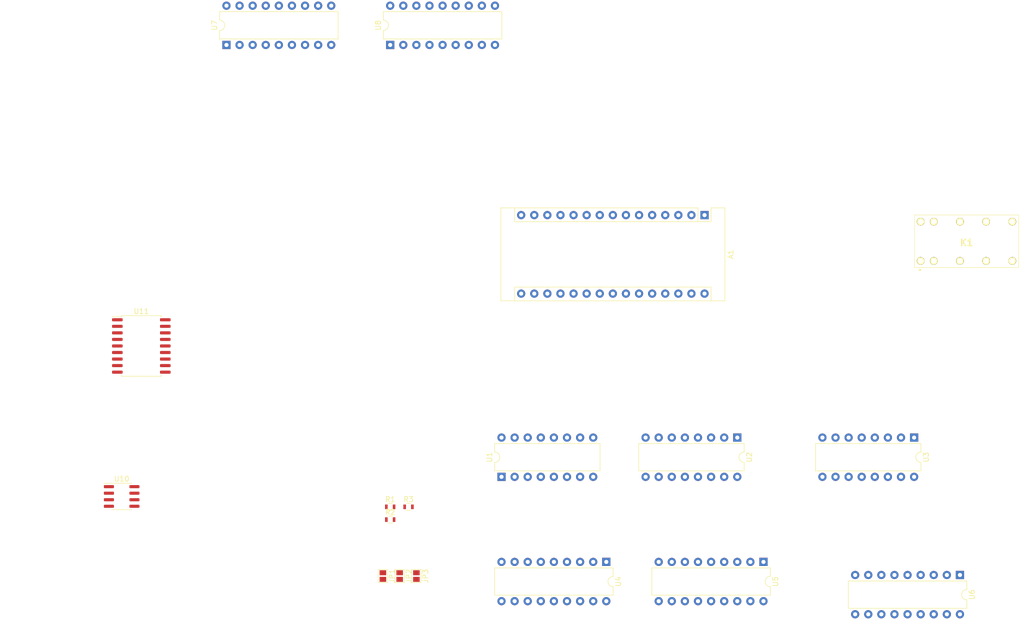
<source format=kicad_pcb>
(kicad_pcb (version 20171130) (host pcbnew 5.1.9)

  (general
    (thickness 1.6)
    (drawings 0)
    (tracks 0)
    (zones 0)
    (modules 18)
    (nets 140)
  )

  (page A4)
  (layers
    (0 F.Cu signal)
    (31 B.Cu signal)
    (32 B.Adhes user)
    (33 F.Adhes user)
    (34 B.Paste user)
    (35 F.Paste user)
    (36 B.SilkS user)
    (37 F.SilkS user)
    (38 B.Mask user)
    (39 F.Mask user)
    (40 Dwgs.User user)
    (41 Cmts.User user)
    (42 Eco1.User user)
    (43 Eco2.User user)
    (44 Edge.Cuts user)
    (45 Margin user)
    (46 B.CrtYd user)
    (47 F.CrtYd user)
    (48 B.Fab user)
    (49 F.Fab user)
  )

  (setup
    (last_trace_width 0.25)
    (trace_clearance 0.2)
    (zone_clearance 0.508)
    (zone_45_only no)
    (trace_min 0.2)
    (via_size 0.8)
    (via_drill 0.4)
    (via_min_size 0.4)
    (via_min_drill 0.3)
    (uvia_size 0.3)
    (uvia_drill 0.1)
    (uvias_allowed no)
    (uvia_min_size 0.2)
    (uvia_min_drill 0.1)
    (edge_width 0.05)
    (segment_width 0.2)
    (pcb_text_width 0.3)
    (pcb_text_size 1.5 1.5)
    (mod_edge_width 0.12)
    (mod_text_size 1 1)
    (mod_text_width 0.15)
    (pad_size 1.524 1.524)
    (pad_drill 0.762)
    (pad_to_mask_clearance 0)
    (aux_axis_origin 0 0)
    (visible_elements FFFFFF7F)
    (pcbplotparams
      (layerselection 0x010fc_ffffffff)
      (usegerberextensions false)
      (usegerberattributes true)
      (usegerberadvancedattributes true)
      (creategerberjobfile true)
      (excludeedgelayer true)
      (linewidth 0.100000)
      (plotframeref false)
      (viasonmask false)
      (mode 1)
      (useauxorigin false)
      (hpglpennumber 1)
      (hpglpenspeed 20)
      (hpglpendiameter 15.000000)
      (psnegative false)
      (psa4output false)
      (plotreference true)
      (plotvalue true)
      (plotinvisibletext false)
      (padsonsilk false)
      (subtractmaskfromsilk false)
      (outputformat 1)
      (mirror false)
      (drillshape 1)
      (scaleselection 1)
      (outputdirectory ""))
  )

  (net 0 "")
  (net 1 +5V)
  (net 2 GND)
  (net 3 "Net-(A1-Pad23)")
  (net 4 "Net-(U1-Pad7)")
  (net 5 "Net-(A1-Pad24)")
  (net 6 "Net-(U1-Pad6)")
  (net 7 "Net-(U1-Pad13)")
  (net 8 "Net-(U1-Pad5)")
  (net 9 "Net-(U1-Pad12)")
  (net 10 "Net-(U1-Pad4)")
  (net 11 "Net-(U1-Pad11)")
  (net 12 "Net-(U1-Pad10)")
  (net 13 "Net-(U1-Pad9)")
  (net 14 "Net-(U2-Pad9)")
  (net 15 "Net-(U2-Pad10)")
  (net 16 "Net-(U2-Pad11)")
  (net 17 "Net-(U2-Pad4)")
  (net 18 "Net-(U2-Pad12)")
  (net 19 "Net-(U2-Pad5)")
  (net 20 "Net-(U2-Pad13)")
  (net 21 "Net-(U2-Pad6)")
  (net 22 "Net-(U2-Pad7)")
  (net 23 "Net-(U3-Pad9)")
  (net 24 "Net-(U3-Pad10)")
  (net 25 "Net-(U3-Pad11)")
  (net 26 "Net-(U3-Pad4)")
  (net 27 "Net-(U3-Pad12)")
  (net 28 "Net-(U3-Pad5)")
  (net 29 "Net-(U3-Pad13)")
  (net 30 "Net-(U3-Pad6)")
  (net 31 "Net-(U3-Pad7)")
  (net 32 "Net-(U4-Pad18)")
  (net 33 "Net-(U4-Pad17)")
  (net 34 "Net-(U4-Pad16)")
  (net 35 "Net-(U4-Pad15)")
  (net 36 "Net-(U4-Pad14)")
  (net 37 "Net-(U4-Pad13)")
  (net 38 "Net-(U4-Pad12)")
  (net 39 "Net-(U4-Pad11)")
  (net 40 "Net-(U4-Pad10)")
  (net 41 "Net-(U5-Pad10)")
  (net 42 "Net-(U5-Pad11)")
  (net 43 "Net-(U5-Pad12)")
  (net 44 "Net-(U5-Pad13)")
  (net 45 "Net-(U5-Pad14)")
  (net 46 "Net-(U5-Pad15)")
  (net 47 "Net-(U5-Pad16)")
  (net 48 "Net-(U5-Pad17)")
  (net 49 "Net-(U5-Pad18)")
  (net 50 "Net-(U6-Pad10)")
  (net 51 "Net-(U6-Pad11)")
  (net 52 "Net-(U6-Pad12)")
  (net 53 "Net-(U6-Pad13)")
  (net 54 "Net-(U6-Pad14)")
  (net 55 "Net-(U6-Pad15)")
  (net 56 "Net-(U6-Pad16)")
  (net 57 "Net-(U6-Pad17)")
  (net 58 "Net-(U6-Pad18)")
  (net 59 "Net-(U7-Pad18)")
  (net 60 "Net-(U7-Pad17)")
  (net 61 "Net-(A1-Pad20)")
  (net 62 "Net-(U7-Pad16)")
  (net 63 "Net-(A1-Pad19)")
  (net 64 "Net-(U7-Pad15)")
  (net 65 "Net-(A1-Pad12)")
  (net 66 "Net-(U7-Pad14)")
  (net 67 "Net-(A1-Pad11)")
  (net 68 "Net-(U7-Pad13)")
  (net 69 "Net-(A1-Pad10)")
  (net 70 "Net-(U7-Pad12)")
  (net 71 "Net-(A1-Pad9)")
  (net 72 "Net-(U7-Pad11)")
  (net 73 "Net-(A1-Pad8)")
  (net 74 "Net-(U7-Pad10)")
  (net 75 "Net-(A1-Pad7)")
  (net 76 "Net-(A1-Pad21)")
  (net 77 "Net-(U8-Pad10)")
  (net 78 "Net-(A1-Pad22)")
  (net 79 "Net-(U8-Pad11)")
  (net 80 "Net-(U8-Pad3)")
  (net 81 "Net-(U8-Pad12)")
  (net 82 "Net-(U8-Pad4)")
  (net 83 "Net-(U8-Pad13)")
  (net 84 "Net-(U8-Pad5)")
  (net 85 "Net-(U8-Pad14)")
  (net 86 "Net-(U8-Pad6)")
  (net 87 "Net-(U8-Pad15)")
  (net 88 "Net-(U8-Pad7)")
  (net 89 "Net-(U8-Pad16)")
  (net 90 "Net-(U8-Pad8)")
  (net 91 "Net-(U8-Pad17)")
  (net 92 "Net-(U8-Pad9)")
  (net 93 "Net-(U8-Pad18)")
  (net 94 "Net-(U10-Pad1)")
  (net 95 "Net-(U10-Pad2)")
  (net 96 "Net-(U10-Pad3)")
  (net 97 "Net-(U10-Pad4)")
  (net 98 "Net-(U10-Pad5)")
  (net 99 "Net-(U10-Pad6)")
  (net 100 "Net-(U10-Pad7)")
  (net 101 "Net-(U10-Pad8)")
  (net 102 "Net-(U11-Pad3)")
  (net 103 "Net-(U11-Pad4)")
  (net 104 "Net-(U11-Pad5)")
  (net 105 "Net-(U11-Pad6)")
  (net 106 "Net-(U11-Pad7)")
  (net 107 "Net-(U11-Pad8)")
  (net 108 "Net-(U11-Pad9)")
  (net 109 "Net-(U11-Pad10)")
  (net 110 "Net-(U11-Pad11)")
  (net 111 "Net-(A1-Pad5)")
  (net 112 "Net-(A1-Pad16)")
  (net 113 "Net-(A1-Pad14)")
  (net 114 "Net-(A1-Pad15)")
  (net 115 "Net-(A1-Pad13)")
  (net 116 "Net-(U11-Pad17)")
  (net 117 "Net-(U11-Pad18)")
  (net 118 "Net-(A1-Pad30)")
  (net 119 "Net-(A1-Pad28)")
  (net 120 "Net-(A1-Pad26)")
  (net 121 "Net-(A1-Pad25)")
  (net 122 "Net-(A1-Pad6)")
  (net 123 "Net-(A1-Pad3)")
  (net 124 "Net-(A1-Pad18)")
  (net 125 "Net-(A1-Pad2)")
  (net 126 "Net-(A1-Pad17)")
  (net 127 "Net-(A1-Pad1)")
  (net 128 "Net-(K1-Pad1)")
  (net 129 "Net-(K1-Pad2)")
  (net 130 "Net-(K1-Pad4)")
  (net 131 "Net-(K1-Pad6)")
  (net 132 "Net-(K1-Pad8)")
  (net 133 "Net-(K1-Pad9)")
  (net 134 "Net-(K1-Pad11)")
  (net 135 "Net-(K1-Pad13)")
  (net 136 "Net-(K1-Pad15)")
  (net 137 "Net-(K1-Pad16)")
  (net 138 "Net-(JP1-Pad1)")
  (net 139 "Net-(JP2-Pad1)")

  (net_class Default "This is the default net class."
    (clearance 0.2)
    (trace_width 0.25)
    (via_dia 0.8)
    (via_drill 0.4)
    (uvia_dia 0.3)
    (uvia_drill 0.1)
    (add_net +5V)
    (add_net GND)
    (add_net "Net-(A1-Pad1)")
    (add_net "Net-(A1-Pad10)")
    (add_net "Net-(A1-Pad11)")
    (add_net "Net-(A1-Pad12)")
    (add_net "Net-(A1-Pad13)")
    (add_net "Net-(A1-Pad14)")
    (add_net "Net-(A1-Pad15)")
    (add_net "Net-(A1-Pad16)")
    (add_net "Net-(A1-Pad17)")
    (add_net "Net-(A1-Pad18)")
    (add_net "Net-(A1-Pad19)")
    (add_net "Net-(A1-Pad2)")
    (add_net "Net-(A1-Pad20)")
    (add_net "Net-(A1-Pad21)")
    (add_net "Net-(A1-Pad22)")
    (add_net "Net-(A1-Pad23)")
    (add_net "Net-(A1-Pad24)")
    (add_net "Net-(A1-Pad25)")
    (add_net "Net-(A1-Pad26)")
    (add_net "Net-(A1-Pad28)")
    (add_net "Net-(A1-Pad3)")
    (add_net "Net-(A1-Pad30)")
    (add_net "Net-(A1-Pad5)")
    (add_net "Net-(A1-Pad6)")
    (add_net "Net-(A1-Pad7)")
    (add_net "Net-(A1-Pad8)")
    (add_net "Net-(A1-Pad9)")
    (add_net "Net-(JP1-Pad1)")
    (add_net "Net-(JP2-Pad1)")
    (add_net "Net-(K1-Pad1)")
    (add_net "Net-(K1-Pad11)")
    (add_net "Net-(K1-Pad13)")
    (add_net "Net-(K1-Pad15)")
    (add_net "Net-(K1-Pad16)")
    (add_net "Net-(K1-Pad2)")
    (add_net "Net-(K1-Pad4)")
    (add_net "Net-(K1-Pad6)")
    (add_net "Net-(K1-Pad8)")
    (add_net "Net-(K1-Pad9)")
    (add_net "Net-(U1-Pad10)")
    (add_net "Net-(U1-Pad11)")
    (add_net "Net-(U1-Pad12)")
    (add_net "Net-(U1-Pad13)")
    (add_net "Net-(U1-Pad4)")
    (add_net "Net-(U1-Pad5)")
    (add_net "Net-(U1-Pad6)")
    (add_net "Net-(U1-Pad7)")
    (add_net "Net-(U1-Pad9)")
    (add_net "Net-(U10-Pad1)")
    (add_net "Net-(U10-Pad2)")
    (add_net "Net-(U10-Pad3)")
    (add_net "Net-(U10-Pad4)")
    (add_net "Net-(U10-Pad5)")
    (add_net "Net-(U10-Pad6)")
    (add_net "Net-(U10-Pad7)")
    (add_net "Net-(U10-Pad8)")
    (add_net "Net-(U11-Pad10)")
    (add_net "Net-(U11-Pad11)")
    (add_net "Net-(U11-Pad17)")
    (add_net "Net-(U11-Pad18)")
    (add_net "Net-(U11-Pad3)")
    (add_net "Net-(U11-Pad4)")
    (add_net "Net-(U11-Pad5)")
    (add_net "Net-(U11-Pad6)")
    (add_net "Net-(U11-Pad7)")
    (add_net "Net-(U11-Pad8)")
    (add_net "Net-(U11-Pad9)")
    (add_net "Net-(U2-Pad10)")
    (add_net "Net-(U2-Pad11)")
    (add_net "Net-(U2-Pad12)")
    (add_net "Net-(U2-Pad13)")
    (add_net "Net-(U2-Pad4)")
    (add_net "Net-(U2-Pad5)")
    (add_net "Net-(U2-Pad6)")
    (add_net "Net-(U2-Pad7)")
    (add_net "Net-(U2-Pad9)")
    (add_net "Net-(U3-Pad10)")
    (add_net "Net-(U3-Pad11)")
    (add_net "Net-(U3-Pad12)")
    (add_net "Net-(U3-Pad13)")
    (add_net "Net-(U3-Pad4)")
    (add_net "Net-(U3-Pad5)")
    (add_net "Net-(U3-Pad6)")
    (add_net "Net-(U3-Pad7)")
    (add_net "Net-(U3-Pad9)")
    (add_net "Net-(U4-Pad10)")
    (add_net "Net-(U4-Pad11)")
    (add_net "Net-(U4-Pad12)")
    (add_net "Net-(U4-Pad13)")
    (add_net "Net-(U4-Pad14)")
    (add_net "Net-(U4-Pad15)")
    (add_net "Net-(U4-Pad16)")
    (add_net "Net-(U4-Pad17)")
    (add_net "Net-(U4-Pad18)")
    (add_net "Net-(U5-Pad10)")
    (add_net "Net-(U5-Pad11)")
    (add_net "Net-(U5-Pad12)")
    (add_net "Net-(U5-Pad13)")
    (add_net "Net-(U5-Pad14)")
    (add_net "Net-(U5-Pad15)")
    (add_net "Net-(U5-Pad16)")
    (add_net "Net-(U5-Pad17)")
    (add_net "Net-(U5-Pad18)")
    (add_net "Net-(U6-Pad10)")
    (add_net "Net-(U6-Pad11)")
    (add_net "Net-(U6-Pad12)")
    (add_net "Net-(U6-Pad13)")
    (add_net "Net-(U6-Pad14)")
    (add_net "Net-(U6-Pad15)")
    (add_net "Net-(U6-Pad16)")
    (add_net "Net-(U6-Pad17)")
    (add_net "Net-(U6-Pad18)")
    (add_net "Net-(U7-Pad10)")
    (add_net "Net-(U7-Pad11)")
    (add_net "Net-(U7-Pad12)")
    (add_net "Net-(U7-Pad13)")
    (add_net "Net-(U7-Pad14)")
    (add_net "Net-(U7-Pad15)")
    (add_net "Net-(U7-Pad16)")
    (add_net "Net-(U7-Pad17)")
    (add_net "Net-(U7-Pad18)")
    (add_net "Net-(U8-Pad10)")
    (add_net "Net-(U8-Pad11)")
    (add_net "Net-(U8-Pad12)")
    (add_net "Net-(U8-Pad13)")
    (add_net "Net-(U8-Pad14)")
    (add_net "Net-(U8-Pad15)")
    (add_net "Net-(U8-Pad16)")
    (add_net "Net-(U8-Pad17)")
    (add_net "Net-(U8-Pad18)")
    (add_net "Net-(U8-Pad3)")
    (add_net "Net-(U8-Pad4)")
    (add_net "Net-(U8-Pad5)")
    (add_net "Net-(U8-Pad6)")
    (add_net "Net-(U8-Pad7)")
    (add_net "Net-(U8-Pad8)")
    (add_net "Net-(U8-Pad9)")
  )

  (module Package_DIP:DIP-16_W7.62mm (layer F.Cu) (tedit 5A02E8C5) (tstamp 60569655)
    (at 96.52 107.95 90)
    (descr "16-lead though-hole mounted DIP package, row spacing 7.62 mm (300 mils)")
    (tags "THT DIP DIL PDIP 2.54mm 7.62mm 300mil")
    (path /604173C8)
    (fp_text reference U1 (at 3.81 -2.33 90) (layer F.SilkS)
      (effects (font (size 1 1) (thickness 0.15)))
    )
    (fp_text value PCF8574 (at 3.81 20.11 90) (layer F.Fab)
      (effects (font (size 1 1) (thickness 0.15)))
    )
    (fp_line (start 8.7 -1.55) (end -1.1 -1.55) (layer F.CrtYd) (width 0.05))
    (fp_line (start 8.7 19.3) (end 8.7 -1.55) (layer F.CrtYd) (width 0.05))
    (fp_line (start -1.1 19.3) (end 8.7 19.3) (layer F.CrtYd) (width 0.05))
    (fp_line (start -1.1 -1.55) (end -1.1 19.3) (layer F.CrtYd) (width 0.05))
    (fp_line (start 6.46 -1.33) (end 4.81 -1.33) (layer F.SilkS) (width 0.12))
    (fp_line (start 6.46 19.11) (end 6.46 -1.33) (layer F.SilkS) (width 0.12))
    (fp_line (start 1.16 19.11) (end 6.46 19.11) (layer F.SilkS) (width 0.12))
    (fp_line (start 1.16 -1.33) (end 1.16 19.11) (layer F.SilkS) (width 0.12))
    (fp_line (start 2.81 -1.33) (end 1.16 -1.33) (layer F.SilkS) (width 0.12))
    (fp_line (start 0.635 -0.27) (end 1.635 -1.27) (layer F.Fab) (width 0.1))
    (fp_line (start 0.635 19.05) (end 0.635 -0.27) (layer F.Fab) (width 0.1))
    (fp_line (start 6.985 19.05) (end 0.635 19.05) (layer F.Fab) (width 0.1))
    (fp_line (start 6.985 -1.27) (end 6.985 19.05) (layer F.Fab) (width 0.1))
    (fp_line (start 1.635 -1.27) (end 6.985 -1.27) (layer F.Fab) (width 0.1))
    (fp_text user %R (at 3.81 8.89 90) (layer F.Fab)
      (effects (font (size 1 1) (thickness 0.15)))
    )
    (fp_arc (start 3.81 -1.33) (end 2.81 -1.33) (angle -180) (layer F.SilkS) (width 0.12))
    (pad 16 thru_hole oval (at 7.62 0 90) (size 1.6 1.6) (drill 0.8) (layers *.Cu *.Mask)
      (net 1 +5V))
    (pad 8 thru_hole oval (at 0 17.78 90) (size 1.6 1.6) (drill 0.8) (layers *.Cu *.Mask)
      (net 2 GND))
    (pad 15 thru_hole oval (at 7.62 2.54 90) (size 1.6 1.6) (drill 0.8) (layers *.Cu *.Mask)
      (net 3 "Net-(A1-Pad23)"))
    (pad 7 thru_hole oval (at 0 15.24 90) (size 1.6 1.6) (drill 0.8) (layers *.Cu *.Mask)
      (net 4 "Net-(U1-Pad7)"))
    (pad 14 thru_hole oval (at 7.62 5.08 90) (size 1.6 1.6) (drill 0.8) (layers *.Cu *.Mask)
      (net 5 "Net-(A1-Pad24)"))
    (pad 6 thru_hole oval (at 0 12.7 90) (size 1.6 1.6) (drill 0.8) (layers *.Cu *.Mask)
      (net 6 "Net-(U1-Pad6)"))
    (pad 13 thru_hole oval (at 7.62 7.62 90) (size 1.6 1.6) (drill 0.8) (layers *.Cu *.Mask)
      (net 7 "Net-(U1-Pad13)"))
    (pad 5 thru_hole oval (at 0 10.16 90) (size 1.6 1.6) (drill 0.8) (layers *.Cu *.Mask)
      (net 8 "Net-(U1-Pad5)"))
    (pad 12 thru_hole oval (at 7.62 10.16 90) (size 1.6 1.6) (drill 0.8) (layers *.Cu *.Mask)
      (net 9 "Net-(U1-Pad12)"))
    (pad 4 thru_hole oval (at 0 7.62 90) (size 1.6 1.6) (drill 0.8) (layers *.Cu *.Mask)
      (net 10 "Net-(U1-Pad4)"))
    (pad 11 thru_hole oval (at 7.62 12.7 90) (size 1.6 1.6) (drill 0.8) (layers *.Cu *.Mask)
      (net 11 "Net-(U1-Pad11)"))
    (pad 3 thru_hole oval (at 0 5.08 90) (size 1.6 1.6) (drill 0.8) (layers *.Cu *.Mask)
      (net 2 GND))
    (pad 10 thru_hole oval (at 7.62 15.24 90) (size 1.6 1.6) (drill 0.8) (layers *.Cu *.Mask)
      (net 12 "Net-(U1-Pad10)"))
    (pad 2 thru_hole oval (at 0 2.54 90) (size 1.6 1.6) (drill 0.8) (layers *.Cu *.Mask)
      (net 2 GND))
    (pad 9 thru_hole oval (at 7.62 17.78 90) (size 1.6 1.6) (drill 0.8) (layers *.Cu *.Mask)
      (net 13 "Net-(U1-Pad9)"))
    (pad 1 thru_hole rect (at 0 0 90) (size 1.6 1.6) (drill 0.8) (layers *.Cu *.Mask)
      (net 2 GND))
    (model ${KICAD6_3DMODEL_DIR}/Package_DIP.3dshapes/DIP-16_W7.62mm.wrl
      (at (xyz 0 0 0))
      (scale (xyz 1 1 1))
      (rotate (xyz 0 0 0))
    )
  )

  (module Package_DIP:DIP-16_W7.62mm (layer F.Cu) (tedit 5A02E8C5) (tstamp 60569679)
    (at 142.24 100.33 270)
    (descr "16-lead though-hole mounted DIP package, row spacing 7.62 mm (300 mils)")
    (tags "THT DIP DIL PDIP 2.54mm 7.62mm 300mil")
    (path /60418056)
    (fp_text reference U2 (at 3.81 -2.33 90) (layer F.SilkS)
      (effects (font (size 1 1) (thickness 0.15)))
    )
    (fp_text value PCF8574 (at 3.81 20.11 90) (layer F.Fab)
      (effects (font (size 1 1) (thickness 0.15)))
    )
    (fp_line (start 1.635 -1.27) (end 6.985 -1.27) (layer F.Fab) (width 0.1))
    (fp_line (start 6.985 -1.27) (end 6.985 19.05) (layer F.Fab) (width 0.1))
    (fp_line (start 6.985 19.05) (end 0.635 19.05) (layer F.Fab) (width 0.1))
    (fp_line (start 0.635 19.05) (end 0.635 -0.27) (layer F.Fab) (width 0.1))
    (fp_line (start 0.635 -0.27) (end 1.635 -1.27) (layer F.Fab) (width 0.1))
    (fp_line (start 2.81 -1.33) (end 1.16 -1.33) (layer F.SilkS) (width 0.12))
    (fp_line (start 1.16 -1.33) (end 1.16 19.11) (layer F.SilkS) (width 0.12))
    (fp_line (start 1.16 19.11) (end 6.46 19.11) (layer F.SilkS) (width 0.12))
    (fp_line (start 6.46 19.11) (end 6.46 -1.33) (layer F.SilkS) (width 0.12))
    (fp_line (start 6.46 -1.33) (end 4.81 -1.33) (layer F.SilkS) (width 0.12))
    (fp_line (start -1.1 -1.55) (end -1.1 19.3) (layer F.CrtYd) (width 0.05))
    (fp_line (start -1.1 19.3) (end 8.7 19.3) (layer F.CrtYd) (width 0.05))
    (fp_line (start 8.7 19.3) (end 8.7 -1.55) (layer F.CrtYd) (width 0.05))
    (fp_line (start 8.7 -1.55) (end -1.1 -1.55) (layer F.CrtYd) (width 0.05))
    (fp_arc (start 3.81 -1.33) (end 2.81 -1.33) (angle -180) (layer F.SilkS) (width 0.12))
    (fp_text user %R (at 3.81 8.89 90) (layer F.Fab)
      (effects (font (size 1 1) (thickness 0.15)))
    )
    (pad 1 thru_hole rect (at 0 0 270) (size 1.6 1.6) (drill 0.8) (layers *.Cu *.Mask)
      (net 2 GND))
    (pad 9 thru_hole oval (at 7.62 17.78 270) (size 1.6 1.6) (drill 0.8) (layers *.Cu *.Mask)
      (net 14 "Net-(U2-Pad9)"))
    (pad 2 thru_hole oval (at 0 2.54 270) (size 1.6 1.6) (drill 0.8) (layers *.Cu *.Mask)
      (net 2 GND))
    (pad 10 thru_hole oval (at 7.62 15.24 270) (size 1.6 1.6) (drill 0.8) (layers *.Cu *.Mask)
      (net 15 "Net-(U2-Pad10)"))
    (pad 3 thru_hole oval (at 0 5.08 270) (size 1.6 1.6) (drill 0.8) (layers *.Cu *.Mask)
      (net 1 +5V))
    (pad 11 thru_hole oval (at 7.62 12.7 270) (size 1.6 1.6) (drill 0.8) (layers *.Cu *.Mask)
      (net 16 "Net-(U2-Pad11)"))
    (pad 4 thru_hole oval (at 0 7.62 270) (size 1.6 1.6) (drill 0.8) (layers *.Cu *.Mask)
      (net 17 "Net-(U2-Pad4)"))
    (pad 12 thru_hole oval (at 7.62 10.16 270) (size 1.6 1.6) (drill 0.8) (layers *.Cu *.Mask)
      (net 18 "Net-(U2-Pad12)"))
    (pad 5 thru_hole oval (at 0 10.16 270) (size 1.6 1.6) (drill 0.8) (layers *.Cu *.Mask)
      (net 19 "Net-(U2-Pad5)"))
    (pad 13 thru_hole oval (at 7.62 7.62 270) (size 1.6 1.6) (drill 0.8) (layers *.Cu *.Mask)
      (net 20 "Net-(U2-Pad13)"))
    (pad 6 thru_hole oval (at 0 12.7 270) (size 1.6 1.6) (drill 0.8) (layers *.Cu *.Mask)
      (net 21 "Net-(U2-Pad6)"))
    (pad 14 thru_hole oval (at 7.62 5.08 270) (size 1.6 1.6) (drill 0.8) (layers *.Cu *.Mask)
      (net 5 "Net-(A1-Pad24)"))
    (pad 7 thru_hole oval (at 0 15.24 270) (size 1.6 1.6) (drill 0.8) (layers *.Cu *.Mask)
      (net 22 "Net-(U2-Pad7)"))
    (pad 15 thru_hole oval (at 7.62 2.54 270) (size 1.6 1.6) (drill 0.8) (layers *.Cu *.Mask)
      (net 3 "Net-(A1-Pad23)"))
    (pad 8 thru_hole oval (at 0 17.78 270) (size 1.6 1.6) (drill 0.8) (layers *.Cu *.Mask)
      (net 2 GND))
    (pad 16 thru_hole oval (at 7.62 0 270) (size 1.6 1.6) (drill 0.8) (layers *.Cu *.Mask)
      (net 1 +5V))
    (model ${KICAD6_3DMODEL_DIR}/Package_DIP.3dshapes/DIP-16_W7.62mm.wrl
      (at (xyz 0 0 0))
      (scale (xyz 1 1 1))
      (rotate (xyz 0 0 0))
    )
  )

  (module Package_DIP:DIP-16_W7.62mm (layer F.Cu) (tedit 5A02E8C5) (tstamp 6056969D)
    (at 176.53 100.33 270)
    (descr "16-lead though-hole mounted DIP package, row spacing 7.62 mm (300 mils)")
    (tags "THT DIP DIL PDIP 2.54mm 7.62mm 300mil")
    (path /6057201E)
    (fp_text reference U3 (at 3.81 -2.33 90) (layer F.SilkS)
      (effects (font (size 1 1) (thickness 0.15)))
    )
    (fp_text value PCF8574 (at 3.81 20.11 90) (layer F.Fab)
      (effects (font (size 1 1) (thickness 0.15)))
    )
    (fp_line (start 1.635 -1.27) (end 6.985 -1.27) (layer F.Fab) (width 0.1))
    (fp_line (start 6.985 -1.27) (end 6.985 19.05) (layer F.Fab) (width 0.1))
    (fp_line (start 6.985 19.05) (end 0.635 19.05) (layer F.Fab) (width 0.1))
    (fp_line (start 0.635 19.05) (end 0.635 -0.27) (layer F.Fab) (width 0.1))
    (fp_line (start 0.635 -0.27) (end 1.635 -1.27) (layer F.Fab) (width 0.1))
    (fp_line (start 2.81 -1.33) (end 1.16 -1.33) (layer F.SilkS) (width 0.12))
    (fp_line (start 1.16 -1.33) (end 1.16 19.11) (layer F.SilkS) (width 0.12))
    (fp_line (start 1.16 19.11) (end 6.46 19.11) (layer F.SilkS) (width 0.12))
    (fp_line (start 6.46 19.11) (end 6.46 -1.33) (layer F.SilkS) (width 0.12))
    (fp_line (start 6.46 -1.33) (end 4.81 -1.33) (layer F.SilkS) (width 0.12))
    (fp_line (start -1.1 -1.55) (end -1.1 19.3) (layer F.CrtYd) (width 0.05))
    (fp_line (start -1.1 19.3) (end 8.7 19.3) (layer F.CrtYd) (width 0.05))
    (fp_line (start 8.7 19.3) (end 8.7 -1.55) (layer F.CrtYd) (width 0.05))
    (fp_line (start 8.7 -1.55) (end -1.1 -1.55) (layer F.CrtYd) (width 0.05))
    (fp_arc (start 3.81 -1.33) (end 2.81 -1.33) (angle -180) (layer F.SilkS) (width 0.12))
    (fp_text user %R (at 3.81 8.89 270) (layer F.Fab)
      (effects (font (size 1 1) (thickness 0.15)))
    )
    (pad 1 thru_hole rect (at 0 0 270) (size 1.6 1.6) (drill 0.8) (layers *.Cu *.Mask)
      (net 2 GND))
    (pad 9 thru_hole oval (at 7.62 17.78 270) (size 1.6 1.6) (drill 0.8) (layers *.Cu *.Mask)
      (net 23 "Net-(U3-Pad9)"))
    (pad 2 thru_hole oval (at 0 2.54 270) (size 1.6 1.6) (drill 0.8) (layers *.Cu *.Mask)
      (net 1 +5V))
    (pad 10 thru_hole oval (at 7.62 15.24 270) (size 1.6 1.6) (drill 0.8) (layers *.Cu *.Mask)
      (net 24 "Net-(U3-Pad10)"))
    (pad 3 thru_hole oval (at 0 5.08 270) (size 1.6 1.6) (drill 0.8) (layers *.Cu *.Mask)
      (net 2 GND))
    (pad 11 thru_hole oval (at 7.62 12.7 270) (size 1.6 1.6) (drill 0.8) (layers *.Cu *.Mask)
      (net 25 "Net-(U3-Pad11)"))
    (pad 4 thru_hole oval (at 0 7.62 270) (size 1.6 1.6) (drill 0.8) (layers *.Cu *.Mask)
      (net 26 "Net-(U3-Pad4)"))
    (pad 12 thru_hole oval (at 7.62 10.16 270) (size 1.6 1.6) (drill 0.8) (layers *.Cu *.Mask)
      (net 27 "Net-(U3-Pad12)"))
    (pad 5 thru_hole oval (at 0 10.16 270) (size 1.6 1.6) (drill 0.8) (layers *.Cu *.Mask)
      (net 28 "Net-(U3-Pad5)"))
    (pad 13 thru_hole oval (at 7.62 7.62 270) (size 1.6 1.6) (drill 0.8) (layers *.Cu *.Mask)
      (net 29 "Net-(U3-Pad13)"))
    (pad 6 thru_hole oval (at 0 12.7 270) (size 1.6 1.6) (drill 0.8) (layers *.Cu *.Mask)
      (net 30 "Net-(U3-Pad6)"))
    (pad 14 thru_hole oval (at 7.62 5.08 270) (size 1.6 1.6) (drill 0.8) (layers *.Cu *.Mask)
      (net 5 "Net-(A1-Pad24)"))
    (pad 7 thru_hole oval (at 0 15.24 270) (size 1.6 1.6) (drill 0.8) (layers *.Cu *.Mask)
      (net 31 "Net-(U3-Pad7)"))
    (pad 15 thru_hole oval (at 7.62 2.54 270) (size 1.6 1.6) (drill 0.8) (layers *.Cu *.Mask)
      (net 3 "Net-(A1-Pad23)"))
    (pad 8 thru_hole oval (at 0 17.78 270) (size 1.6 1.6) (drill 0.8) (layers *.Cu *.Mask)
      (net 2 GND))
    (pad 16 thru_hole oval (at 7.62 0 270) (size 1.6 1.6) (drill 0.8) (layers *.Cu *.Mask)
      (net 1 +5V))
    (model ${KICAD6_3DMODEL_DIR}/Package_DIP.3dshapes/DIP-16_W7.62mm.wrl
      (at (xyz 0 0 0))
      (scale (xyz 1 1 1))
      (rotate (xyz 0 0 0))
    )
  )

  (module Package_DIP:DIP-18_W7.62mm (layer F.Cu) (tedit 5A02E8C5) (tstamp 605696C3)
    (at 116.84 124.46 270)
    (descr "18-lead though-hole mounted DIP package, row spacing 7.62 mm (300 mils)")
    (tags "THT DIP DIL PDIP 2.54mm 7.62mm 300mil")
    (path /60418EE2)
    (fp_text reference U4 (at 3.81 -2.33 90) (layer F.SilkS)
      (effects (font (size 1 1) (thickness 0.15)))
    )
    (fp_text value ULN2803A (at 3.81 22.65 90) (layer F.Fab)
      (effects (font (size 1 1) (thickness 0.15)))
    )
    (fp_line (start 8.7 -1.55) (end -1.1 -1.55) (layer F.CrtYd) (width 0.05))
    (fp_line (start 8.7 21.85) (end 8.7 -1.55) (layer F.CrtYd) (width 0.05))
    (fp_line (start -1.1 21.85) (end 8.7 21.85) (layer F.CrtYd) (width 0.05))
    (fp_line (start -1.1 -1.55) (end -1.1 21.85) (layer F.CrtYd) (width 0.05))
    (fp_line (start 6.46 -1.33) (end 4.81 -1.33) (layer F.SilkS) (width 0.12))
    (fp_line (start 6.46 21.65) (end 6.46 -1.33) (layer F.SilkS) (width 0.12))
    (fp_line (start 1.16 21.65) (end 6.46 21.65) (layer F.SilkS) (width 0.12))
    (fp_line (start 1.16 -1.33) (end 1.16 21.65) (layer F.SilkS) (width 0.12))
    (fp_line (start 2.81 -1.33) (end 1.16 -1.33) (layer F.SilkS) (width 0.12))
    (fp_line (start 0.635 -0.27) (end 1.635 -1.27) (layer F.Fab) (width 0.1))
    (fp_line (start 0.635 21.59) (end 0.635 -0.27) (layer F.Fab) (width 0.1))
    (fp_line (start 6.985 21.59) (end 0.635 21.59) (layer F.Fab) (width 0.1))
    (fp_line (start 6.985 -1.27) (end 6.985 21.59) (layer F.Fab) (width 0.1))
    (fp_line (start 1.635 -1.27) (end 6.985 -1.27) (layer F.Fab) (width 0.1))
    (fp_text user %R (at 3.81 10.16 90) (layer F.Fab)
      (effects (font (size 1 1) (thickness 0.15)))
    )
    (fp_arc (start 3.81 -1.33) (end 2.81 -1.33) (angle -180) (layer F.SilkS) (width 0.12))
    (pad 18 thru_hole oval (at 7.62 0 270) (size 1.6 1.6) (drill 0.8) (layers *.Cu *.Mask)
      (net 32 "Net-(U4-Pad18)"))
    (pad 9 thru_hole oval (at 0 20.32 270) (size 1.6 1.6) (drill 0.8) (layers *.Cu *.Mask)
      (net 2 GND))
    (pad 17 thru_hole oval (at 7.62 2.54 270) (size 1.6 1.6) (drill 0.8) (layers *.Cu *.Mask)
      (net 33 "Net-(U4-Pad17)"))
    (pad 8 thru_hole oval (at 0 17.78 270) (size 1.6 1.6) (drill 0.8) (layers *.Cu *.Mask)
      (net 9 "Net-(U1-Pad12)"))
    (pad 16 thru_hole oval (at 7.62 5.08 270) (size 1.6 1.6) (drill 0.8) (layers *.Cu *.Mask)
      (net 34 "Net-(U4-Pad16)"))
    (pad 7 thru_hole oval (at 0 15.24 270) (size 1.6 1.6) (drill 0.8) (layers *.Cu *.Mask)
      (net 11 "Net-(U1-Pad11)"))
    (pad 15 thru_hole oval (at 7.62 7.62 270) (size 1.6 1.6) (drill 0.8) (layers *.Cu *.Mask)
      (net 35 "Net-(U4-Pad15)"))
    (pad 6 thru_hole oval (at 0 12.7 270) (size 1.6 1.6) (drill 0.8) (layers *.Cu *.Mask)
      (net 12 "Net-(U1-Pad10)"))
    (pad 14 thru_hole oval (at 7.62 10.16 270) (size 1.6 1.6) (drill 0.8) (layers *.Cu *.Mask)
      (net 36 "Net-(U4-Pad14)"))
    (pad 5 thru_hole oval (at 0 10.16 270) (size 1.6 1.6) (drill 0.8) (layers *.Cu *.Mask)
      (net 13 "Net-(U1-Pad9)"))
    (pad 13 thru_hole oval (at 7.62 12.7 270) (size 1.6 1.6) (drill 0.8) (layers *.Cu *.Mask)
      (net 37 "Net-(U4-Pad13)"))
    (pad 4 thru_hole oval (at 0 7.62 270) (size 1.6 1.6) (drill 0.8) (layers *.Cu *.Mask)
      (net 4 "Net-(U1-Pad7)"))
    (pad 12 thru_hole oval (at 7.62 15.24 270) (size 1.6 1.6) (drill 0.8) (layers *.Cu *.Mask)
      (net 38 "Net-(U4-Pad12)"))
    (pad 3 thru_hole oval (at 0 5.08 270) (size 1.6 1.6) (drill 0.8) (layers *.Cu *.Mask)
      (net 6 "Net-(U1-Pad6)"))
    (pad 11 thru_hole oval (at 7.62 17.78 270) (size 1.6 1.6) (drill 0.8) (layers *.Cu *.Mask)
      (net 39 "Net-(U4-Pad11)"))
    (pad 2 thru_hole oval (at 0 2.54 270) (size 1.6 1.6) (drill 0.8) (layers *.Cu *.Mask)
      (net 8 "Net-(U1-Pad5)"))
    (pad 10 thru_hole oval (at 7.62 20.32 270) (size 1.6 1.6) (drill 0.8) (layers *.Cu *.Mask)
      (net 40 "Net-(U4-Pad10)"))
    (pad 1 thru_hole rect (at 0 0 270) (size 1.6 1.6) (drill 0.8) (layers *.Cu *.Mask)
      (net 10 "Net-(U1-Pad4)"))
    (model ${KICAD6_3DMODEL_DIR}/Package_DIP.3dshapes/DIP-18_W7.62mm.wrl
      (at (xyz 0 0 0))
      (scale (xyz 1 1 1))
      (rotate (xyz 0 0 0))
    )
  )

  (module Package_DIP:DIP-18_W7.62mm (layer F.Cu) (tedit 5A02E8C5) (tstamp 605696E9)
    (at 147.32 124.46 270)
    (descr "18-lead though-hole mounted DIP package, row spacing 7.62 mm (300 mils)")
    (tags "THT DIP DIL PDIP 2.54mm 7.62mm 300mil")
    (path /6041A47D)
    (fp_text reference U5 (at 3.81 -2.33 90) (layer F.SilkS)
      (effects (font (size 1 1) (thickness 0.15)))
    )
    (fp_text value ULN2803A (at 3.81 22.65 90) (layer F.Fab)
      (effects (font (size 1 1) (thickness 0.15)))
    )
    (fp_line (start 1.635 -1.27) (end 6.985 -1.27) (layer F.Fab) (width 0.1))
    (fp_line (start 6.985 -1.27) (end 6.985 21.59) (layer F.Fab) (width 0.1))
    (fp_line (start 6.985 21.59) (end 0.635 21.59) (layer F.Fab) (width 0.1))
    (fp_line (start 0.635 21.59) (end 0.635 -0.27) (layer F.Fab) (width 0.1))
    (fp_line (start 0.635 -0.27) (end 1.635 -1.27) (layer F.Fab) (width 0.1))
    (fp_line (start 2.81 -1.33) (end 1.16 -1.33) (layer F.SilkS) (width 0.12))
    (fp_line (start 1.16 -1.33) (end 1.16 21.65) (layer F.SilkS) (width 0.12))
    (fp_line (start 1.16 21.65) (end 6.46 21.65) (layer F.SilkS) (width 0.12))
    (fp_line (start 6.46 21.65) (end 6.46 -1.33) (layer F.SilkS) (width 0.12))
    (fp_line (start 6.46 -1.33) (end 4.81 -1.33) (layer F.SilkS) (width 0.12))
    (fp_line (start -1.1 -1.55) (end -1.1 21.85) (layer F.CrtYd) (width 0.05))
    (fp_line (start -1.1 21.85) (end 8.7 21.85) (layer F.CrtYd) (width 0.05))
    (fp_line (start 8.7 21.85) (end 8.7 -1.55) (layer F.CrtYd) (width 0.05))
    (fp_line (start 8.7 -1.55) (end -1.1 -1.55) (layer F.CrtYd) (width 0.05))
    (fp_arc (start 3.81 -1.33) (end 2.81 -1.33) (angle -180) (layer F.SilkS) (width 0.12))
    (fp_text user %R (at 3.81 10.16 90) (layer F.Fab)
      (effects (font (size 1 1) (thickness 0.15)))
    )
    (pad 1 thru_hole rect (at 0 0 270) (size 1.6 1.6) (drill 0.8) (layers *.Cu *.Mask)
      (net 17 "Net-(U2-Pad4)"))
    (pad 10 thru_hole oval (at 7.62 20.32 270) (size 1.6 1.6) (drill 0.8) (layers *.Cu *.Mask)
      (net 41 "Net-(U5-Pad10)"))
    (pad 2 thru_hole oval (at 0 2.54 270) (size 1.6 1.6) (drill 0.8) (layers *.Cu *.Mask)
      (net 19 "Net-(U2-Pad5)"))
    (pad 11 thru_hole oval (at 7.62 17.78 270) (size 1.6 1.6) (drill 0.8) (layers *.Cu *.Mask)
      (net 42 "Net-(U5-Pad11)"))
    (pad 3 thru_hole oval (at 0 5.08 270) (size 1.6 1.6) (drill 0.8) (layers *.Cu *.Mask)
      (net 21 "Net-(U2-Pad6)"))
    (pad 12 thru_hole oval (at 7.62 15.24 270) (size 1.6 1.6) (drill 0.8) (layers *.Cu *.Mask)
      (net 43 "Net-(U5-Pad12)"))
    (pad 4 thru_hole oval (at 0 7.62 270) (size 1.6 1.6) (drill 0.8) (layers *.Cu *.Mask)
      (net 22 "Net-(U2-Pad7)"))
    (pad 13 thru_hole oval (at 7.62 12.7 270) (size 1.6 1.6) (drill 0.8) (layers *.Cu *.Mask)
      (net 44 "Net-(U5-Pad13)"))
    (pad 5 thru_hole oval (at 0 10.16 270) (size 1.6 1.6) (drill 0.8) (layers *.Cu *.Mask)
      (net 14 "Net-(U2-Pad9)"))
    (pad 14 thru_hole oval (at 7.62 10.16 270) (size 1.6 1.6) (drill 0.8) (layers *.Cu *.Mask)
      (net 45 "Net-(U5-Pad14)"))
    (pad 6 thru_hole oval (at 0 12.7 270) (size 1.6 1.6) (drill 0.8) (layers *.Cu *.Mask)
      (net 15 "Net-(U2-Pad10)"))
    (pad 15 thru_hole oval (at 7.62 7.62 270) (size 1.6 1.6) (drill 0.8) (layers *.Cu *.Mask)
      (net 46 "Net-(U5-Pad15)"))
    (pad 7 thru_hole oval (at 0 15.24 270) (size 1.6 1.6) (drill 0.8) (layers *.Cu *.Mask)
      (net 16 "Net-(U2-Pad11)"))
    (pad 16 thru_hole oval (at 7.62 5.08 270) (size 1.6 1.6) (drill 0.8) (layers *.Cu *.Mask)
      (net 47 "Net-(U5-Pad16)"))
    (pad 8 thru_hole oval (at 0 17.78 270) (size 1.6 1.6) (drill 0.8) (layers *.Cu *.Mask)
      (net 18 "Net-(U2-Pad12)"))
    (pad 17 thru_hole oval (at 7.62 2.54 270) (size 1.6 1.6) (drill 0.8) (layers *.Cu *.Mask)
      (net 48 "Net-(U5-Pad17)"))
    (pad 9 thru_hole oval (at 0 20.32 270) (size 1.6 1.6) (drill 0.8) (layers *.Cu *.Mask)
      (net 2 GND))
    (pad 18 thru_hole oval (at 7.62 0 270) (size 1.6 1.6) (drill 0.8) (layers *.Cu *.Mask)
      (net 49 "Net-(U5-Pad18)"))
    (model ${KICAD6_3DMODEL_DIR}/Package_DIP.3dshapes/DIP-18_W7.62mm.wrl
      (at (xyz 0 0 0))
      (scale (xyz 1 1 1))
      (rotate (xyz 0 0 0))
    )
  )

  (module Package_DIP:DIP-18_W7.62mm (layer F.Cu) (tedit 5A02E8C5) (tstamp 6056970F)
    (at 185.42 127 270)
    (descr "18-lead though-hole mounted DIP package, row spacing 7.62 mm (300 mils)")
    (tags "THT DIP DIL PDIP 2.54mm 7.62mm 300mil")
    (path /60572018)
    (fp_text reference U6 (at 3.81 -2.33 90) (layer F.SilkS)
      (effects (font (size 1 1) (thickness 0.15)))
    )
    (fp_text value ULN2803A (at 3.81 22.65 90) (layer F.Fab)
      (effects (font (size 1 1) (thickness 0.15)))
    )
    (fp_line (start 1.635 -1.27) (end 6.985 -1.27) (layer F.Fab) (width 0.1))
    (fp_line (start 6.985 -1.27) (end 6.985 21.59) (layer F.Fab) (width 0.1))
    (fp_line (start 6.985 21.59) (end 0.635 21.59) (layer F.Fab) (width 0.1))
    (fp_line (start 0.635 21.59) (end 0.635 -0.27) (layer F.Fab) (width 0.1))
    (fp_line (start 0.635 -0.27) (end 1.635 -1.27) (layer F.Fab) (width 0.1))
    (fp_line (start 2.81 -1.33) (end 1.16 -1.33) (layer F.SilkS) (width 0.12))
    (fp_line (start 1.16 -1.33) (end 1.16 21.65) (layer F.SilkS) (width 0.12))
    (fp_line (start 1.16 21.65) (end 6.46 21.65) (layer F.SilkS) (width 0.12))
    (fp_line (start 6.46 21.65) (end 6.46 -1.33) (layer F.SilkS) (width 0.12))
    (fp_line (start 6.46 -1.33) (end 4.81 -1.33) (layer F.SilkS) (width 0.12))
    (fp_line (start -1.1 -1.55) (end -1.1 21.85) (layer F.CrtYd) (width 0.05))
    (fp_line (start -1.1 21.85) (end 8.7 21.85) (layer F.CrtYd) (width 0.05))
    (fp_line (start 8.7 21.85) (end 8.7 -1.55) (layer F.CrtYd) (width 0.05))
    (fp_line (start 8.7 -1.55) (end -1.1 -1.55) (layer F.CrtYd) (width 0.05))
    (fp_arc (start 3.81 -1.33) (end 2.81 -1.33) (angle -180) (layer F.SilkS) (width 0.12))
    (fp_text user %R (at 3.81 10.16 90) (layer F.Fab)
      (effects (font (size 1 1) (thickness 0.15)))
    )
    (pad 1 thru_hole rect (at 0 0 270) (size 1.6 1.6) (drill 0.8) (layers *.Cu *.Mask)
      (net 26 "Net-(U3-Pad4)"))
    (pad 10 thru_hole oval (at 7.62 20.32 270) (size 1.6 1.6) (drill 0.8) (layers *.Cu *.Mask)
      (net 50 "Net-(U6-Pad10)"))
    (pad 2 thru_hole oval (at 0 2.54 270) (size 1.6 1.6) (drill 0.8) (layers *.Cu *.Mask)
      (net 28 "Net-(U3-Pad5)"))
    (pad 11 thru_hole oval (at 7.62 17.78 270) (size 1.6 1.6) (drill 0.8) (layers *.Cu *.Mask)
      (net 51 "Net-(U6-Pad11)"))
    (pad 3 thru_hole oval (at 0 5.08 270) (size 1.6 1.6) (drill 0.8) (layers *.Cu *.Mask)
      (net 30 "Net-(U3-Pad6)"))
    (pad 12 thru_hole oval (at 7.62 15.24 270) (size 1.6 1.6) (drill 0.8) (layers *.Cu *.Mask)
      (net 52 "Net-(U6-Pad12)"))
    (pad 4 thru_hole oval (at 0 7.62 270) (size 1.6 1.6) (drill 0.8) (layers *.Cu *.Mask)
      (net 31 "Net-(U3-Pad7)"))
    (pad 13 thru_hole oval (at 7.62 12.7 270) (size 1.6 1.6) (drill 0.8) (layers *.Cu *.Mask)
      (net 53 "Net-(U6-Pad13)"))
    (pad 5 thru_hole oval (at 0 10.16 270) (size 1.6 1.6) (drill 0.8) (layers *.Cu *.Mask)
      (net 23 "Net-(U3-Pad9)"))
    (pad 14 thru_hole oval (at 7.62 10.16 270) (size 1.6 1.6) (drill 0.8) (layers *.Cu *.Mask)
      (net 54 "Net-(U6-Pad14)"))
    (pad 6 thru_hole oval (at 0 12.7 270) (size 1.6 1.6) (drill 0.8) (layers *.Cu *.Mask)
      (net 24 "Net-(U3-Pad10)"))
    (pad 15 thru_hole oval (at 7.62 7.62 270) (size 1.6 1.6) (drill 0.8) (layers *.Cu *.Mask)
      (net 55 "Net-(U6-Pad15)"))
    (pad 7 thru_hole oval (at 0 15.24 270) (size 1.6 1.6) (drill 0.8) (layers *.Cu *.Mask)
      (net 25 "Net-(U3-Pad11)"))
    (pad 16 thru_hole oval (at 7.62 5.08 270) (size 1.6 1.6) (drill 0.8) (layers *.Cu *.Mask)
      (net 56 "Net-(U6-Pad16)"))
    (pad 8 thru_hole oval (at 0 17.78 270) (size 1.6 1.6) (drill 0.8) (layers *.Cu *.Mask)
      (net 27 "Net-(U3-Pad12)"))
    (pad 17 thru_hole oval (at 7.62 2.54 270) (size 1.6 1.6) (drill 0.8) (layers *.Cu *.Mask)
      (net 57 "Net-(U6-Pad17)"))
    (pad 9 thru_hole oval (at 0 20.32 270) (size 1.6 1.6) (drill 0.8) (layers *.Cu *.Mask)
      (net 2 GND))
    (pad 18 thru_hole oval (at 7.62 0 270) (size 1.6 1.6) (drill 0.8) (layers *.Cu *.Mask)
      (net 58 "Net-(U6-Pad18)"))
    (model ${KICAD6_3DMODEL_DIR}/Package_DIP.3dshapes/DIP-18_W7.62mm.wrl
      (at (xyz 0 0 0))
      (scale (xyz 1 1 1))
      (rotate (xyz 0 0 0))
    )
  )

  (module Package_DIP:DIP-18_W7.62mm (layer F.Cu) (tedit 5A02E8C5) (tstamp 60569735)
    (at 43.18 24.13 90)
    (descr "18-lead though-hole mounted DIP package, row spacing 7.62 mm (300 mils)")
    (tags "THT DIP DIL PDIP 2.54mm 7.62mm 300mil")
    (path /605E2384)
    (fp_text reference U7 (at 3.81 -2.33 90) (layer F.SilkS)
      (effects (font (size 1 1) (thickness 0.15)))
    )
    (fp_text value ULN2803A (at 3.81 22.65 90) (layer F.Fab)
      (effects (font (size 1 1) (thickness 0.15)))
    )
    (fp_line (start 8.7 -1.55) (end -1.1 -1.55) (layer F.CrtYd) (width 0.05))
    (fp_line (start 8.7 21.85) (end 8.7 -1.55) (layer F.CrtYd) (width 0.05))
    (fp_line (start -1.1 21.85) (end 8.7 21.85) (layer F.CrtYd) (width 0.05))
    (fp_line (start -1.1 -1.55) (end -1.1 21.85) (layer F.CrtYd) (width 0.05))
    (fp_line (start 6.46 -1.33) (end 4.81 -1.33) (layer F.SilkS) (width 0.12))
    (fp_line (start 6.46 21.65) (end 6.46 -1.33) (layer F.SilkS) (width 0.12))
    (fp_line (start 1.16 21.65) (end 6.46 21.65) (layer F.SilkS) (width 0.12))
    (fp_line (start 1.16 -1.33) (end 1.16 21.65) (layer F.SilkS) (width 0.12))
    (fp_line (start 2.81 -1.33) (end 1.16 -1.33) (layer F.SilkS) (width 0.12))
    (fp_line (start 0.635 -0.27) (end 1.635 -1.27) (layer F.Fab) (width 0.1))
    (fp_line (start 0.635 21.59) (end 0.635 -0.27) (layer F.Fab) (width 0.1))
    (fp_line (start 6.985 21.59) (end 0.635 21.59) (layer F.Fab) (width 0.1))
    (fp_line (start 6.985 -1.27) (end 6.985 21.59) (layer F.Fab) (width 0.1))
    (fp_line (start 1.635 -1.27) (end 6.985 -1.27) (layer F.Fab) (width 0.1))
    (fp_text user %R (at 3.81 10.16 90) (layer F.Fab)
      (effects (font (size 1 1) (thickness 0.15)))
    )
    (fp_arc (start 3.81 -1.33) (end 2.81 -1.33) (angle -180) (layer F.SilkS) (width 0.12))
    (pad 18 thru_hole oval (at 7.62 0 90) (size 1.6 1.6) (drill 0.8) (layers *.Cu *.Mask)
      (net 59 "Net-(U7-Pad18)"))
    (pad 9 thru_hole oval (at 0 20.32 90) (size 1.6 1.6) (drill 0.8) (layers *.Cu *.Mask)
      (net 2 GND))
    (pad 17 thru_hole oval (at 7.62 2.54 90) (size 1.6 1.6) (drill 0.8) (layers *.Cu *.Mask)
      (net 60 "Net-(U7-Pad17)"))
    (pad 8 thru_hole oval (at 0 17.78 90) (size 1.6 1.6) (drill 0.8) (layers *.Cu *.Mask)
      (net 61 "Net-(A1-Pad20)"))
    (pad 16 thru_hole oval (at 7.62 5.08 90) (size 1.6 1.6) (drill 0.8) (layers *.Cu *.Mask)
      (net 62 "Net-(U7-Pad16)"))
    (pad 7 thru_hole oval (at 0 15.24 90) (size 1.6 1.6) (drill 0.8) (layers *.Cu *.Mask)
      (net 63 "Net-(A1-Pad19)"))
    (pad 15 thru_hole oval (at 7.62 7.62 90) (size 1.6 1.6) (drill 0.8) (layers *.Cu *.Mask)
      (net 64 "Net-(U7-Pad15)"))
    (pad 6 thru_hole oval (at 0 12.7 90) (size 1.6 1.6) (drill 0.8) (layers *.Cu *.Mask)
      (net 65 "Net-(A1-Pad12)"))
    (pad 14 thru_hole oval (at 7.62 10.16 90) (size 1.6 1.6) (drill 0.8) (layers *.Cu *.Mask)
      (net 66 "Net-(U7-Pad14)"))
    (pad 5 thru_hole oval (at 0 10.16 90) (size 1.6 1.6) (drill 0.8) (layers *.Cu *.Mask)
      (net 67 "Net-(A1-Pad11)"))
    (pad 13 thru_hole oval (at 7.62 12.7 90) (size 1.6 1.6) (drill 0.8) (layers *.Cu *.Mask)
      (net 68 "Net-(U7-Pad13)"))
    (pad 4 thru_hole oval (at 0 7.62 90) (size 1.6 1.6) (drill 0.8) (layers *.Cu *.Mask)
      (net 69 "Net-(A1-Pad10)"))
    (pad 12 thru_hole oval (at 7.62 15.24 90) (size 1.6 1.6) (drill 0.8) (layers *.Cu *.Mask)
      (net 70 "Net-(U7-Pad12)"))
    (pad 3 thru_hole oval (at 0 5.08 90) (size 1.6 1.6) (drill 0.8) (layers *.Cu *.Mask)
      (net 71 "Net-(A1-Pad9)"))
    (pad 11 thru_hole oval (at 7.62 17.78 90) (size 1.6 1.6) (drill 0.8) (layers *.Cu *.Mask)
      (net 72 "Net-(U7-Pad11)"))
    (pad 2 thru_hole oval (at 0 2.54 90) (size 1.6 1.6) (drill 0.8) (layers *.Cu *.Mask)
      (net 73 "Net-(A1-Pad8)"))
    (pad 10 thru_hole oval (at 7.62 20.32 90) (size 1.6 1.6) (drill 0.8) (layers *.Cu *.Mask)
      (net 74 "Net-(U7-Pad10)"))
    (pad 1 thru_hole rect (at 0 0 90) (size 1.6 1.6) (drill 0.8) (layers *.Cu *.Mask)
      (net 75 "Net-(A1-Pad7)"))
    (model ${KICAD6_3DMODEL_DIR}/Package_DIP.3dshapes/DIP-18_W7.62mm.wrl
      (at (xyz 0 0 0))
      (scale (xyz 1 1 1))
      (rotate (xyz 0 0 0))
    )
  )

  (module Package_DIP:DIP-18_W7.62mm (layer F.Cu) (tedit 5A02E8C5) (tstamp 6056975B)
    (at 74.93 24.13 90)
    (descr "18-lead though-hole mounted DIP package, row spacing 7.62 mm (300 mils)")
    (tags "THT DIP DIL PDIP 2.54mm 7.62mm 300mil")
    (path /606E8064)
    (fp_text reference U8 (at 3.81 -2.33 90) (layer F.SilkS)
      (effects (font (size 1 1) (thickness 0.15)))
    )
    (fp_text value ULN2803A (at 3.81 22.65 90) (layer F.Fab)
      (effects (font (size 1 1) (thickness 0.15)))
    )
    (fp_line (start 1.635 -1.27) (end 6.985 -1.27) (layer F.Fab) (width 0.1))
    (fp_line (start 6.985 -1.27) (end 6.985 21.59) (layer F.Fab) (width 0.1))
    (fp_line (start 6.985 21.59) (end 0.635 21.59) (layer F.Fab) (width 0.1))
    (fp_line (start 0.635 21.59) (end 0.635 -0.27) (layer F.Fab) (width 0.1))
    (fp_line (start 0.635 -0.27) (end 1.635 -1.27) (layer F.Fab) (width 0.1))
    (fp_line (start 2.81 -1.33) (end 1.16 -1.33) (layer F.SilkS) (width 0.12))
    (fp_line (start 1.16 -1.33) (end 1.16 21.65) (layer F.SilkS) (width 0.12))
    (fp_line (start 1.16 21.65) (end 6.46 21.65) (layer F.SilkS) (width 0.12))
    (fp_line (start 6.46 21.65) (end 6.46 -1.33) (layer F.SilkS) (width 0.12))
    (fp_line (start 6.46 -1.33) (end 4.81 -1.33) (layer F.SilkS) (width 0.12))
    (fp_line (start -1.1 -1.55) (end -1.1 21.85) (layer F.CrtYd) (width 0.05))
    (fp_line (start -1.1 21.85) (end 8.7 21.85) (layer F.CrtYd) (width 0.05))
    (fp_line (start 8.7 21.85) (end 8.7 -1.55) (layer F.CrtYd) (width 0.05))
    (fp_line (start 8.7 -1.55) (end -1.1 -1.55) (layer F.CrtYd) (width 0.05))
    (fp_arc (start 3.81 -1.33) (end 2.81 -1.33) (angle -180) (layer F.SilkS) (width 0.12))
    (fp_text user %R (at 3.81 10.16 90) (layer F.Fab)
      (effects (font (size 1 1) (thickness 0.15)))
    )
    (pad 1 thru_hole rect (at 0 0 90) (size 1.6 1.6) (drill 0.8) (layers *.Cu *.Mask)
      (net 76 "Net-(A1-Pad21)"))
    (pad 10 thru_hole oval (at 7.62 20.32 90) (size 1.6 1.6) (drill 0.8) (layers *.Cu *.Mask)
      (net 77 "Net-(U8-Pad10)"))
    (pad 2 thru_hole oval (at 0 2.54 90) (size 1.6 1.6) (drill 0.8) (layers *.Cu *.Mask)
      (net 78 "Net-(A1-Pad22)"))
    (pad 11 thru_hole oval (at 7.62 17.78 90) (size 1.6 1.6) (drill 0.8) (layers *.Cu *.Mask)
      (net 79 "Net-(U8-Pad11)"))
    (pad 3 thru_hole oval (at 0 5.08 90) (size 1.6 1.6) (drill 0.8) (layers *.Cu *.Mask)
      (net 80 "Net-(U8-Pad3)"))
    (pad 12 thru_hole oval (at 7.62 15.24 90) (size 1.6 1.6) (drill 0.8) (layers *.Cu *.Mask)
      (net 81 "Net-(U8-Pad12)"))
    (pad 4 thru_hole oval (at 0 7.62 90) (size 1.6 1.6) (drill 0.8) (layers *.Cu *.Mask)
      (net 82 "Net-(U8-Pad4)"))
    (pad 13 thru_hole oval (at 7.62 12.7 90) (size 1.6 1.6) (drill 0.8) (layers *.Cu *.Mask)
      (net 83 "Net-(U8-Pad13)"))
    (pad 5 thru_hole oval (at 0 10.16 90) (size 1.6 1.6) (drill 0.8) (layers *.Cu *.Mask)
      (net 84 "Net-(U8-Pad5)"))
    (pad 14 thru_hole oval (at 7.62 10.16 90) (size 1.6 1.6) (drill 0.8) (layers *.Cu *.Mask)
      (net 85 "Net-(U8-Pad14)"))
    (pad 6 thru_hole oval (at 0 12.7 90) (size 1.6 1.6) (drill 0.8) (layers *.Cu *.Mask)
      (net 86 "Net-(U8-Pad6)"))
    (pad 15 thru_hole oval (at 7.62 7.62 90) (size 1.6 1.6) (drill 0.8) (layers *.Cu *.Mask)
      (net 87 "Net-(U8-Pad15)"))
    (pad 7 thru_hole oval (at 0 15.24 90) (size 1.6 1.6) (drill 0.8) (layers *.Cu *.Mask)
      (net 88 "Net-(U8-Pad7)"))
    (pad 16 thru_hole oval (at 7.62 5.08 90) (size 1.6 1.6) (drill 0.8) (layers *.Cu *.Mask)
      (net 89 "Net-(U8-Pad16)"))
    (pad 8 thru_hole oval (at 0 17.78 90) (size 1.6 1.6) (drill 0.8) (layers *.Cu *.Mask)
      (net 90 "Net-(U8-Pad8)"))
    (pad 17 thru_hole oval (at 7.62 2.54 90) (size 1.6 1.6) (drill 0.8) (layers *.Cu *.Mask)
      (net 91 "Net-(U8-Pad17)"))
    (pad 9 thru_hole oval (at 0 20.32 90) (size 1.6 1.6) (drill 0.8) (layers *.Cu *.Mask)
      (net 92 "Net-(U8-Pad9)"))
    (pad 18 thru_hole oval (at 7.62 0 90) (size 1.6 1.6) (drill 0.8) (layers *.Cu *.Mask)
      (net 93 "Net-(U8-Pad18)"))
    (model ${KICAD6_3DMODEL_DIR}/Package_DIP.3dshapes/DIP-18_W7.62mm.wrl
      (at (xyz 0 0 0))
      (scale (xyz 1 1 1))
      (rotate (xyz 0 0 0))
    )
  )

  (module Package_SO:SOIC-8_3.9x4.9mm_P1.27mm (layer F.Cu) (tedit 5D9F72B1) (tstamp 60569775)
    (at 22.86 111.76)
    (descr "SOIC, 8 Pin (JEDEC MS-012AA, https://www.analog.com/media/en/package-pcb-resources/package/pkg_pdf/soic_narrow-r/r_8.pdf), generated with kicad-footprint-generator ipc_gullwing_generator.py")
    (tags "SOIC SO")
    (path /604CA622)
    (attr smd)
    (fp_text reference U10 (at 0 -3.4) (layer F.SilkS)
      (effects (font (size 1 1) (thickness 0.15)))
    )
    (fp_text value MCP2551-I-SN (at 0 3.4) (layer F.Fab)
      (effects (font (size 1 1) (thickness 0.15)))
    )
    (fp_line (start 0 2.56) (end 1.95 2.56) (layer F.SilkS) (width 0.12))
    (fp_line (start 0 2.56) (end -1.95 2.56) (layer F.SilkS) (width 0.12))
    (fp_line (start 0 -2.56) (end 1.95 -2.56) (layer F.SilkS) (width 0.12))
    (fp_line (start 0 -2.56) (end -3.45 -2.56) (layer F.SilkS) (width 0.12))
    (fp_line (start -0.975 -2.45) (end 1.95 -2.45) (layer F.Fab) (width 0.1))
    (fp_line (start 1.95 -2.45) (end 1.95 2.45) (layer F.Fab) (width 0.1))
    (fp_line (start 1.95 2.45) (end -1.95 2.45) (layer F.Fab) (width 0.1))
    (fp_line (start -1.95 2.45) (end -1.95 -1.475) (layer F.Fab) (width 0.1))
    (fp_line (start -1.95 -1.475) (end -0.975 -2.45) (layer F.Fab) (width 0.1))
    (fp_line (start -3.7 -2.7) (end -3.7 2.7) (layer F.CrtYd) (width 0.05))
    (fp_line (start -3.7 2.7) (end 3.7 2.7) (layer F.CrtYd) (width 0.05))
    (fp_line (start 3.7 2.7) (end 3.7 -2.7) (layer F.CrtYd) (width 0.05))
    (fp_line (start 3.7 -2.7) (end -3.7 -2.7) (layer F.CrtYd) (width 0.05))
    (fp_text user %R (at 0 0) (layer F.Fab)
      (effects (font (size 0.98 0.98) (thickness 0.15)))
    )
    (pad 1 smd roundrect (at -2.475 -1.905) (size 1.95 0.6) (layers F.Cu F.Paste F.Mask) (roundrect_rratio 0.25)
      (net 94 "Net-(U10-Pad1)"))
    (pad 2 smd roundrect (at -2.475 -0.635) (size 1.95 0.6) (layers F.Cu F.Paste F.Mask) (roundrect_rratio 0.25)
      (net 95 "Net-(U10-Pad2)"))
    (pad 3 smd roundrect (at -2.475 0.635) (size 1.95 0.6) (layers F.Cu F.Paste F.Mask) (roundrect_rratio 0.25)
      (net 96 "Net-(U10-Pad3)"))
    (pad 4 smd roundrect (at -2.475 1.905) (size 1.95 0.6) (layers F.Cu F.Paste F.Mask) (roundrect_rratio 0.25)
      (net 97 "Net-(U10-Pad4)"))
    (pad 5 smd roundrect (at 2.475 1.905) (size 1.95 0.6) (layers F.Cu F.Paste F.Mask) (roundrect_rratio 0.25)
      (net 98 "Net-(U10-Pad5)"))
    (pad 6 smd roundrect (at 2.475 0.635) (size 1.95 0.6) (layers F.Cu F.Paste F.Mask) (roundrect_rratio 0.25)
      (net 99 "Net-(U10-Pad6)"))
    (pad 7 smd roundrect (at 2.475 -0.635) (size 1.95 0.6) (layers F.Cu F.Paste F.Mask) (roundrect_rratio 0.25)
      (net 100 "Net-(U10-Pad7)"))
    (pad 8 smd roundrect (at 2.475 -1.905) (size 1.95 0.6) (layers F.Cu F.Paste F.Mask) (roundrect_rratio 0.25)
      (net 101 "Net-(U10-Pad8)"))
    (model ${KICAD6_3DMODEL_DIR}/Package_SO.3dshapes/SOIC-8_3.9x4.9mm_P1.27mm.wrl
      (at (xyz 0 0 0))
      (scale (xyz 1 1 1))
      (rotate (xyz 0 0 0))
    )
  )

  (module Package_SO:SOIC-18W_7.5x11.6mm_P1.27mm (layer F.Cu) (tedit 5D9F72B1) (tstamp 6056979E)
    (at 26.67 82.55)
    (descr "SOIC, 18 Pin (JEDEC MS-013AB, https://www.analog.com/media/en/package-pcb-resources/package/33254132129439rw_18.pdf), generated with kicad-footprint-generator ipc_gullwing_generator.py")
    (tags "SOIC SO")
    (path /604BF053)
    (attr smd)
    (fp_text reference U11 (at 0 -6.72) (layer F.SilkS)
      (effects (font (size 1 1) (thickness 0.15)))
    )
    (fp_text value MCP2515-xSO (at 0 6.72) (layer F.Fab)
      (effects (font (size 1 1) (thickness 0.15)))
    )
    (fp_line (start 0 5.885) (end 3.86 5.885) (layer F.SilkS) (width 0.12))
    (fp_line (start 3.86 5.885) (end 3.86 5.64) (layer F.SilkS) (width 0.12))
    (fp_line (start 0 5.885) (end -3.86 5.885) (layer F.SilkS) (width 0.12))
    (fp_line (start -3.86 5.885) (end -3.86 5.64) (layer F.SilkS) (width 0.12))
    (fp_line (start 0 -5.885) (end 3.86 -5.885) (layer F.SilkS) (width 0.12))
    (fp_line (start 3.86 -5.885) (end 3.86 -5.64) (layer F.SilkS) (width 0.12))
    (fp_line (start 0 -5.885) (end -3.86 -5.885) (layer F.SilkS) (width 0.12))
    (fp_line (start -3.86 -5.885) (end -3.86 -5.64) (layer F.SilkS) (width 0.12))
    (fp_line (start -3.86 -5.64) (end -5.675 -5.64) (layer F.SilkS) (width 0.12))
    (fp_line (start -2.75 -5.775) (end 3.75 -5.775) (layer F.Fab) (width 0.1))
    (fp_line (start 3.75 -5.775) (end 3.75 5.775) (layer F.Fab) (width 0.1))
    (fp_line (start 3.75 5.775) (end -3.75 5.775) (layer F.Fab) (width 0.1))
    (fp_line (start -3.75 5.775) (end -3.75 -4.775) (layer F.Fab) (width 0.1))
    (fp_line (start -3.75 -4.775) (end -2.75 -5.775) (layer F.Fab) (width 0.1))
    (fp_line (start -5.93 -6.02) (end -5.93 6.02) (layer F.CrtYd) (width 0.05))
    (fp_line (start -5.93 6.02) (end 5.93 6.02) (layer F.CrtYd) (width 0.05))
    (fp_line (start 5.93 6.02) (end 5.93 -6.02) (layer F.CrtYd) (width 0.05))
    (fp_line (start 5.93 -6.02) (end -5.93 -6.02) (layer F.CrtYd) (width 0.05))
    (fp_text user %R (at -25.805001 1.254999) (layer F.Fab)
      (effects (font (size 1 1) (thickness 0.15)))
    )
    (pad 1 smd roundrect (at -4.65 -5.08) (size 2.05 0.6) (layers F.Cu F.Paste F.Mask) (roundrect_rratio 0.25)
      (net 94 "Net-(U10-Pad1)"))
    (pad 2 smd roundrect (at -4.65 -3.81) (size 2.05 0.6) (layers F.Cu F.Paste F.Mask) (roundrect_rratio 0.25)
      (net 97 "Net-(U10-Pad4)"))
    (pad 3 smd roundrect (at -4.65 -2.54) (size 2.05 0.6) (layers F.Cu F.Paste F.Mask) (roundrect_rratio 0.25)
      (net 102 "Net-(U11-Pad3)"))
    (pad 4 smd roundrect (at -4.65 -1.27) (size 2.05 0.6) (layers F.Cu F.Paste F.Mask) (roundrect_rratio 0.25)
      (net 103 "Net-(U11-Pad4)"))
    (pad 5 smd roundrect (at -4.65 0) (size 2.05 0.6) (layers F.Cu F.Paste F.Mask) (roundrect_rratio 0.25)
      (net 104 "Net-(U11-Pad5)"))
    (pad 6 smd roundrect (at -4.65 1.27) (size 2.05 0.6) (layers F.Cu F.Paste F.Mask) (roundrect_rratio 0.25)
      (net 105 "Net-(U11-Pad6)"))
    (pad 7 smd roundrect (at -4.65 2.54) (size 2.05 0.6) (layers F.Cu F.Paste F.Mask) (roundrect_rratio 0.25)
      (net 106 "Net-(U11-Pad7)"))
    (pad 8 smd roundrect (at -4.65 3.81) (size 2.05 0.6) (layers F.Cu F.Paste F.Mask) (roundrect_rratio 0.25)
      (net 107 "Net-(U11-Pad8)"))
    (pad 9 smd roundrect (at -4.65 5.08) (size 2.05 0.6) (layers F.Cu F.Paste F.Mask) (roundrect_rratio 0.25)
      (net 108 "Net-(U11-Pad9)"))
    (pad 10 smd roundrect (at 4.65 5.08) (size 2.05 0.6) (layers F.Cu F.Paste F.Mask) (roundrect_rratio 0.25)
      (net 109 "Net-(U11-Pad10)"))
    (pad 11 smd roundrect (at 4.65 3.81) (size 2.05 0.6) (layers F.Cu F.Paste F.Mask) (roundrect_rratio 0.25)
      (net 110 "Net-(U11-Pad11)"))
    (pad 12 smd roundrect (at 4.65 2.54) (size 2.05 0.6) (layers F.Cu F.Paste F.Mask) (roundrect_rratio 0.25)
      (net 111 "Net-(A1-Pad5)"))
    (pad 13 smd roundrect (at 4.65 1.27) (size 2.05 0.6) (layers F.Cu F.Paste F.Mask) (roundrect_rratio 0.25)
      (net 112 "Net-(A1-Pad16)"))
    (pad 14 smd roundrect (at 4.65 0) (size 2.05 0.6) (layers F.Cu F.Paste F.Mask) (roundrect_rratio 0.25)
      (net 113 "Net-(A1-Pad14)"))
    (pad 15 smd roundrect (at 4.65 -1.27) (size 2.05 0.6) (layers F.Cu F.Paste F.Mask) (roundrect_rratio 0.25)
      (net 114 "Net-(A1-Pad15)"))
    (pad 16 smd roundrect (at 4.65 -2.54) (size 2.05 0.6) (layers F.Cu F.Paste F.Mask) (roundrect_rratio 0.25)
      (net 115 "Net-(A1-Pad13)"))
    (pad 17 smd roundrect (at 4.65 -3.81) (size 2.05 0.6) (layers F.Cu F.Paste F.Mask) (roundrect_rratio 0.25)
      (net 116 "Net-(U11-Pad17)"))
    (pad 18 smd roundrect (at 4.65 -5.08) (size 2.05 0.6) (layers F.Cu F.Paste F.Mask) (roundrect_rratio 0.25)
      (net 117 "Net-(U11-Pad18)"))
    (model ${KICAD6_3DMODEL_DIR}/Package_SO.3dshapes/SOIC-18W_7.5x11.6mm_P1.27mm.wrl
      (at (xyz 0 0 0))
      (scale (xyz 1 1 1))
      (rotate (xyz 0 0 0))
    )
  )

  (module Modules:Arduino_Nano (layer F.Cu) (tedit 58ACAF70) (tstamp 6056A1BE)
    (at 135.89 57.15 270)
    (descr "Arduino Nano, http://www.mouser.com/pdfdocs/Gravitech_Arduino_Nano3_0.pdf")
    (tags "Arduino Nano")
    (path /60416171)
    (fp_text reference A1 (at 7.62 -5.08 90) (layer F.SilkS)
      (effects (font (size 1 1) (thickness 0.15)))
    )
    (fp_text value Arduino_Nano (at 8.89 19.05) (layer F.Fab)
      (effects (font (size 1 1) (thickness 0.15)))
    )
    (fp_text user %R (at 6.35 19.05) (layer F.Fab)
      (effects (font (size 1 1) (thickness 0.15)))
    )
    (fp_line (start 1.27 1.27) (end 1.27 -1.27) (layer F.SilkS) (width 0.12))
    (fp_line (start 1.27 -1.27) (end -1.4 -1.27) (layer F.SilkS) (width 0.12))
    (fp_line (start -1.4 1.27) (end -1.4 39.5) (layer F.SilkS) (width 0.12))
    (fp_line (start -1.4 -3.94) (end -1.4 -1.27) (layer F.SilkS) (width 0.12))
    (fp_line (start 13.97 -1.27) (end 16.64 -1.27) (layer F.SilkS) (width 0.12))
    (fp_line (start 13.97 -1.27) (end 13.97 36.83) (layer F.SilkS) (width 0.12))
    (fp_line (start 13.97 36.83) (end 16.64 36.83) (layer F.SilkS) (width 0.12))
    (fp_line (start 1.27 1.27) (end -1.4 1.27) (layer F.SilkS) (width 0.12))
    (fp_line (start 1.27 1.27) (end 1.27 36.83) (layer F.SilkS) (width 0.12))
    (fp_line (start 1.27 36.83) (end -1.4 36.83) (layer F.SilkS) (width 0.12))
    (fp_line (start 3.81 31.75) (end 11.43 31.75) (layer F.Fab) (width 0.1))
    (fp_line (start 11.43 31.75) (end 11.43 41.91) (layer F.Fab) (width 0.1))
    (fp_line (start 11.43 41.91) (end 3.81 41.91) (layer F.Fab) (width 0.1))
    (fp_line (start 3.81 41.91) (end 3.81 31.75) (layer F.Fab) (width 0.1))
    (fp_line (start -1.4 39.5) (end 16.64 39.5) (layer F.SilkS) (width 0.12))
    (fp_line (start 16.64 39.5) (end 16.64 -3.94) (layer F.SilkS) (width 0.12))
    (fp_line (start 16.64 -3.94) (end -1.4 -3.94) (layer F.SilkS) (width 0.12))
    (fp_line (start 16.51 39.37) (end -1.27 39.37) (layer F.Fab) (width 0.1))
    (fp_line (start -1.27 39.37) (end -1.27 -2.54) (layer F.Fab) (width 0.1))
    (fp_line (start -1.27 -2.54) (end 0 -3.81) (layer F.Fab) (width 0.1))
    (fp_line (start 0 -3.81) (end 16.51 -3.81) (layer F.Fab) (width 0.1))
    (fp_line (start 16.51 -3.81) (end 16.51 39.37) (layer F.Fab) (width 0.1))
    (fp_line (start -1.53 -4.06) (end 16.75 -4.06) (layer F.CrtYd) (width 0.05))
    (fp_line (start -1.53 -4.06) (end -1.53 42.16) (layer F.CrtYd) (width 0.05))
    (fp_line (start 16.75 42.16) (end 16.75 -4.06) (layer F.CrtYd) (width 0.05))
    (fp_line (start 16.75 42.16) (end -1.53 42.16) (layer F.CrtYd) (width 0.05))
    (pad 16 thru_hole oval (at 15.24 35.56 270) (size 1.6 1.6) (drill 0.8) (layers *.Cu *.Mask)
      (net 112 "Net-(A1-Pad16)"))
    (pad 15 thru_hole oval (at 0 35.56 270) (size 1.6 1.6) (drill 0.8) (layers *.Cu *.Mask)
      (net 114 "Net-(A1-Pad15)"))
    (pad 30 thru_hole oval (at 15.24 0 270) (size 1.6 1.6) (drill 0.8) (layers *.Cu *.Mask)
      (net 118 "Net-(A1-Pad30)"))
    (pad 14 thru_hole oval (at 0 33.02 270) (size 1.6 1.6) (drill 0.8) (layers *.Cu *.Mask)
      (net 113 "Net-(A1-Pad14)"))
    (pad 29 thru_hole oval (at 15.24 2.54 270) (size 1.6 1.6) (drill 0.8) (layers *.Cu *.Mask)
      (net 2 GND))
    (pad 13 thru_hole oval (at 0 30.48 270) (size 1.6 1.6) (drill 0.8) (layers *.Cu *.Mask)
      (net 115 "Net-(A1-Pad13)"))
    (pad 28 thru_hole oval (at 15.24 5.08 270) (size 1.6 1.6) (drill 0.8) (layers *.Cu *.Mask)
      (net 119 "Net-(A1-Pad28)"))
    (pad 12 thru_hole oval (at 0 27.94 270) (size 1.6 1.6) (drill 0.8) (layers *.Cu *.Mask)
      (net 65 "Net-(A1-Pad12)"))
    (pad 27 thru_hole oval (at 15.24 7.62 270) (size 1.6 1.6) (drill 0.8) (layers *.Cu *.Mask)
      (net 1 +5V))
    (pad 11 thru_hole oval (at 0 25.4 270) (size 1.6 1.6) (drill 0.8) (layers *.Cu *.Mask)
      (net 67 "Net-(A1-Pad11)"))
    (pad 26 thru_hole oval (at 15.24 10.16 270) (size 1.6 1.6) (drill 0.8) (layers *.Cu *.Mask)
      (net 120 "Net-(A1-Pad26)"))
    (pad 10 thru_hole oval (at 0 22.86 270) (size 1.6 1.6) (drill 0.8) (layers *.Cu *.Mask)
      (net 69 "Net-(A1-Pad10)"))
    (pad 25 thru_hole oval (at 15.24 12.7 270) (size 1.6 1.6) (drill 0.8) (layers *.Cu *.Mask)
      (net 121 "Net-(A1-Pad25)"))
    (pad 9 thru_hole oval (at 0 20.32 270) (size 1.6 1.6) (drill 0.8) (layers *.Cu *.Mask)
      (net 71 "Net-(A1-Pad9)"))
    (pad 24 thru_hole oval (at 15.24 15.24 270) (size 1.6 1.6) (drill 0.8) (layers *.Cu *.Mask)
      (net 5 "Net-(A1-Pad24)"))
    (pad 8 thru_hole oval (at 0 17.78 270) (size 1.6 1.6) (drill 0.8) (layers *.Cu *.Mask)
      (net 73 "Net-(A1-Pad8)"))
    (pad 23 thru_hole oval (at 15.24 17.78 270) (size 1.6 1.6) (drill 0.8) (layers *.Cu *.Mask)
      (net 3 "Net-(A1-Pad23)"))
    (pad 7 thru_hole oval (at 0 15.24 270) (size 1.6 1.6) (drill 0.8) (layers *.Cu *.Mask)
      (net 75 "Net-(A1-Pad7)"))
    (pad 22 thru_hole oval (at 15.24 20.32 270) (size 1.6 1.6) (drill 0.8) (layers *.Cu *.Mask)
      (net 78 "Net-(A1-Pad22)"))
    (pad 6 thru_hole oval (at 0 12.7 270) (size 1.6 1.6) (drill 0.8) (layers *.Cu *.Mask)
      (net 122 "Net-(A1-Pad6)"))
    (pad 21 thru_hole oval (at 15.24 22.86 270) (size 1.6 1.6) (drill 0.8) (layers *.Cu *.Mask)
      (net 76 "Net-(A1-Pad21)"))
    (pad 5 thru_hole oval (at 0 10.16 270) (size 1.6 1.6) (drill 0.8) (layers *.Cu *.Mask)
      (net 111 "Net-(A1-Pad5)"))
    (pad 20 thru_hole oval (at 15.24 25.4 270) (size 1.6 1.6) (drill 0.8) (layers *.Cu *.Mask)
      (net 61 "Net-(A1-Pad20)"))
    (pad 4 thru_hole oval (at 0 7.62 270) (size 1.6 1.6) (drill 0.8) (layers *.Cu *.Mask)
      (net 2 GND))
    (pad 19 thru_hole oval (at 15.24 27.94 270) (size 1.6 1.6) (drill 0.8) (layers *.Cu *.Mask)
      (net 63 "Net-(A1-Pad19)"))
    (pad 3 thru_hole oval (at 0 5.08 270) (size 1.6 1.6) (drill 0.8) (layers *.Cu *.Mask)
      (net 123 "Net-(A1-Pad3)"))
    (pad 18 thru_hole oval (at 15.24 30.48 270) (size 1.6 1.6) (drill 0.8) (layers *.Cu *.Mask)
      (net 124 "Net-(A1-Pad18)"))
    (pad 2 thru_hole oval (at 0 2.54 270) (size 1.6 1.6) (drill 0.8) (layers *.Cu *.Mask)
      (net 125 "Net-(A1-Pad2)"))
    (pad 17 thru_hole oval (at 15.24 33.02 270) (size 1.6 1.6) (drill 0.8) (layers *.Cu *.Mask)
      (net 126 "Net-(A1-Pad17)"))
    (pad 1 thru_hole rect (at 0 0 270) (size 1.6 1.6) (drill 0.8) (layers *.Cu *.Mask)
      (net 127 "Net-(A1-Pad1)"))
  )

  (module HFD2_005-S-L2-D:HFD2005SL2D (layer F.Cu) (tedit 60566F5C) (tstamp 6056A6F3)
    (at 177.8 66.04)
    (descr HFD2/005-S-L2-D-3)
    (tags "Relay or Contactor")
    (path /6081F7E1)
    (fp_text reference K1 (at 8.9 -3.53) (layer F.SilkS)
      (effects (font (size 1.27 1.27) (thickness 0.254)))
    )
    (fp_text value HFD2_005-S-L2-D (at 8.9 -3.53) (layer F.SilkS) hide
      (effects (font (size 1.27 1.27) (thickness 0.254)))
    )
    (fp_line (start -1.2 -8.91) (end 19 -8.91) (layer Dwgs.User) (width 0.2))
    (fp_line (start 19 -8.91) (end 19 1.29) (layer Dwgs.User) (width 0.2))
    (fp_line (start 19 1.29) (end -1.2 1.29) (layer Dwgs.User) (width 0.2))
    (fp_line (start -1.2 1.29) (end -1.2 -8.91) (layer Dwgs.User) (width 0.2))
    (fp_line (start -1.2 1.29) (end 19 1.29) (layer F.SilkS) (width 0.1))
    (fp_line (start 19 1.29) (end 19 -8.91) (layer F.SilkS) (width 0.1))
    (fp_line (start 19 -8.91) (end -1.2 -8.91) (layer F.SilkS) (width 0.1))
    (fp_line (start -1.2 -8.91) (end -1.2 1.29) (layer F.SilkS) (width 0.1))
    (fp_line (start -2.2 2.85) (end 20 2.85) (layer Dwgs.User) (width 0.1))
    (fp_line (start 20 2.85) (end 20 -9.91) (layer Dwgs.User) (width 0.1))
    (fp_line (start 20 -9.91) (end -2.2 -9.91) (layer Dwgs.User) (width 0.1))
    (fp_line (start -2.2 -9.91) (end -2.2 2.85) (layer Dwgs.User) (width 0.1))
    (fp_line (start -0.1 1.8) (end -0.1 1.8) (layer F.SilkS) (width 0.2))
    (fp_line (start 0 1.8) (end 0 1.8) (layer F.SilkS) (width 0.2))
    (fp_line (start -0.1 1.8) (end -0.1 1.8) (layer F.SilkS) (width 0.2))
    (fp_arc (start -0.15 1.8) (end -0.1 1.8) (angle -180) (layer F.SilkS) (width 0.2))
    (fp_arc (start -0.15 1.8) (end 0 1.8) (angle -180) (layer F.SilkS) (width 0.2))
    (fp_arc (start -0.15 1.8) (end -0.1 1.8) (angle -180) (layer F.SilkS) (width 0.2))
    (pad 1 thru_hole circle (at 0 0 90) (size 1.5 1.5) (drill 1) (layers *.Cu *.Mask F.SilkS)
      (net 128 "Net-(K1-Pad1)"))
    (pad 2 thru_hole circle (at 2.54 0 90) (size 1.5 1.5) (drill 1) (layers *.Cu *.Mask F.SilkS)
      (net 129 "Net-(K1-Pad2)"))
    (pad 4 thru_hole circle (at 7.62 0 90) (size 1.5 1.5) (drill 1) (layers *.Cu *.Mask F.SilkS)
      (net 130 "Net-(K1-Pad4)"))
    (pad 6 thru_hole circle (at 12.7 0 90) (size 1.5 1.5) (drill 1) (layers *.Cu *.Mask F.SilkS)
      (net 131 "Net-(K1-Pad6)"))
    (pad 8 thru_hole circle (at 17.78 0 90) (size 1.5 1.5) (drill 1) (layers *.Cu *.Mask F.SilkS)
      (net 132 "Net-(K1-Pad8)"))
    (pad 9 thru_hole circle (at 17.78 -7.62 90) (size 1.5 1.5) (drill 1) (layers *.Cu *.Mask F.SilkS)
      (net 133 "Net-(K1-Pad9)"))
    (pad 11 thru_hole circle (at 12.7 -7.62 90) (size 1.5 1.5) (drill 1) (layers *.Cu *.Mask F.SilkS)
      (net 134 "Net-(K1-Pad11)"))
    (pad 13 thru_hole circle (at 7.62 -7.62 90) (size 1.5 1.5) (drill 1) (layers *.Cu *.Mask F.SilkS)
      (net 135 "Net-(K1-Pad13)"))
    (pad 15 thru_hole circle (at 2.54 -7.62 90) (size 1.5 1.5) (drill 1) (layers *.Cu *.Mask F.SilkS)
      (net 136 "Net-(K1-Pad15)"))
    (pad 16 thru_hole circle (at 0 -7.62 90) (size 1.5 1.5) (drill 1) (layers *.Cu *.Mask F.SilkS)
      (net 137 "Net-(K1-Pad16)"))
  )

  (module Connectors:GS2 (layer F.Cu) (tedit 586134A1) (tstamp 6056AEF7)
    (at 73.515001 127.205001)
    (descr "2-pin solder bridge")
    (tags "solder bridge")
    (path /607843B2)
    (attr smd)
    (fp_text reference JP1 (at 1.78 0 90) (layer F.SilkS)
      (effects (font (size 1 1) (thickness 0.15)))
    )
    (fp_text value JP1 (at -1.8 0 90) (layer F.Fab)
      (effects (font (size 1 1) (thickness 0.15)))
    )
    (fp_line (start 1.1 -1.45) (end 1.1 1.5) (layer F.CrtYd) (width 0.05))
    (fp_line (start 1.1 1.5) (end -1.1 1.5) (layer F.CrtYd) (width 0.05))
    (fp_line (start -1.1 1.5) (end -1.1 -1.45) (layer F.CrtYd) (width 0.05))
    (fp_line (start -1.1 -1.45) (end 1.1 -1.45) (layer F.CrtYd) (width 0.05))
    (fp_line (start -0.89 -1.27) (end -0.89 1.27) (layer F.SilkS) (width 0.12))
    (fp_line (start 0.89 1.27) (end 0.89 -1.27) (layer F.SilkS) (width 0.12))
    (fp_line (start 0.89 1.27) (end -0.89 1.27) (layer F.SilkS) (width 0.12))
    (fp_line (start -0.89 -1.27) (end 0.89 -1.27) (layer F.SilkS) (width 0.12))
    (pad 2 smd rect (at 0 0.64) (size 1.27 0.97) (layers F.Cu F.Paste F.Mask)
      (net 2 GND))
    (pad 1 smd rect (at 0 -0.64) (size 1.27 0.97) (layers F.Cu F.Paste F.Mask)
      (net 138 "Net-(JP1-Pad1)"))
  )

  (module Connectors:GS2 (layer F.Cu) (tedit 586134A1) (tstamp 6056AF05)
    (at 76.765001 127.205001)
    (descr "2-pin solder bridge")
    (tags "solder bridge")
    (path /607F9644)
    (attr smd)
    (fp_text reference JP2 (at 1.78 0 90) (layer F.SilkS)
      (effects (font (size 1 1) (thickness 0.15)))
    )
    (fp_text value JP2 (at -1.8 0 90) (layer F.Fab)
      (effects (font (size 1 1) (thickness 0.15)))
    )
    (fp_line (start -0.89 -1.27) (end 0.89 -1.27) (layer F.SilkS) (width 0.12))
    (fp_line (start 0.89 1.27) (end -0.89 1.27) (layer F.SilkS) (width 0.12))
    (fp_line (start 0.89 1.27) (end 0.89 -1.27) (layer F.SilkS) (width 0.12))
    (fp_line (start -0.89 -1.27) (end -0.89 1.27) (layer F.SilkS) (width 0.12))
    (fp_line (start -1.1 -1.45) (end 1.1 -1.45) (layer F.CrtYd) (width 0.05))
    (fp_line (start -1.1 1.5) (end -1.1 -1.45) (layer F.CrtYd) (width 0.05))
    (fp_line (start 1.1 1.5) (end -1.1 1.5) (layer F.CrtYd) (width 0.05))
    (fp_line (start 1.1 -1.45) (end 1.1 1.5) (layer F.CrtYd) (width 0.05))
    (pad 1 smd rect (at 0 -0.64) (size 1.27 0.97) (layers F.Cu F.Paste F.Mask)
      (net 139 "Net-(JP2-Pad1)"))
    (pad 2 smd rect (at 0 0.64) (size 1.27 0.97) (layers F.Cu F.Paste F.Mask)
      (net 2 GND))
  )

  (module Connectors:GS2 (layer F.Cu) (tedit 586134A1) (tstamp 6056AF13)
    (at 80.015001 127.205001)
    (descr "2-pin solder bridge")
    (tags "solder bridge")
    (path /608EACDA)
    (attr smd)
    (fp_text reference JP3 (at 1.78 0 90) (layer F.SilkS)
      (effects (font (size 1 1) (thickness 0.15)))
    )
    (fp_text value JP3 (at -1.8 0 90) (layer F.Fab)
      (effects (font (size 1 1) (thickness 0.15)))
    )
    (fp_line (start 1.1 -1.45) (end 1.1 1.5) (layer F.CrtYd) (width 0.05))
    (fp_line (start 1.1 1.5) (end -1.1 1.5) (layer F.CrtYd) (width 0.05))
    (fp_line (start -1.1 1.5) (end -1.1 -1.45) (layer F.CrtYd) (width 0.05))
    (fp_line (start -1.1 -1.45) (end 1.1 -1.45) (layer F.CrtYd) (width 0.05))
    (fp_line (start -0.89 -1.27) (end -0.89 1.27) (layer F.SilkS) (width 0.12))
    (fp_line (start 0.89 1.27) (end 0.89 -1.27) (layer F.SilkS) (width 0.12))
    (fp_line (start 0.89 1.27) (end -0.89 1.27) (layer F.SilkS) (width 0.12))
    (fp_line (start -0.89 -1.27) (end 0.89 -1.27) (layer F.SilkS) (width 0.12))
    (pad 2 smd rect (at 0 0.64) (size 1.27 0.97) (layers F.Cu F.Paste F.Mask)
      (net 2 GND))
    (pad 1 smd rect (at 0 -0.64) (size 1.27 0.97) (layers F.Cu F.Paste F.Mask)
      (net 121 "Net-(A1-Pad25)"))
  )

  (module Resistors_SMD:R_0603 (layer F.Cu) (tedit 58E0A804) (tstamp 6056AFBA)
    (at 74.935001 113.770001)
    (descr "Resistor SMD 0603, reflow soldering, Vishay (see dcrcw.pdf)")
    (tags "resistor 0603")
    (path /608BA830)
    (attr smd)
    (fp_text reference R1 (at 0 -1.45) (layer F.SilkS)
      (effects (font (size 1 1) (thickness 0.15)))
    )
    (fp_text value 22k (at 0 1.5) (layer F.Fab)
      (effects (font (size 1 1) (thickness 0.15)))
    )
    (fp_line (start 1.25 0.7) (end -1.25 0.7) (layer F.CrtYd) (width 0.05))
    (fp_line (start 1.25 0.7) (end 1.25 -0.7) (layer F.CrtYd) (width 0.05))
    (fp_line (start -1.25 -0.7) (end -1.25 0.7) (layer F.CrtYd) (width 0.05))
    (fp_line (start -1.25 -0.7) (end 1.25 -0.7) (layer F.CrtYd) (width 0.05))
    (fp_line (start -0.5 -0.68) (end 0.5 -0.68) (layer F.SilkS) (width 0.12))
    (fp_line (start 0.5 0.68) (end -0.5 0.68) (layer F.SilkS) (width 0.12))
    (fp_line (start -0.8 -0.4) (end 0.8 -0.4) (layer F.Fab) (width 0.1))
    (fp_line (start 0.8 -0.4) (end 0.8 0.4) (layer F.Fab) (width 0.1))
    (fp_line (start 0.8 0.4) (end -0.8 0.4) (layer F.Fab) (width 0.1))
    (fp_line (start -0.8 0.4) (end -0.8 -0.4) (layer F.Fab) (width 0.1))
    (fp_text user %R (at 0 0) (layer F.Fab)
      (effects (font (size 0.4 0.4) (thickness 0.075)))
    )
    (pad 1 smd rect (at -0.75 0) (size 0.5 0.9) (layers F.Cu F.Paste F.Mask)
      (net 121 "Net-(A1-Pad25)"))
    (pad 2 smd rect (at 0.75 0) (size 0.5 0.9) (layers F.Cu F.Paste F.Mask)
      (net 139 "Net-(JP2-Pad1)"))
    (model ${KISYS3DMOD}/Resistors_SMD.3dshapes/R_0603.wrl
      (at (xyz 0 0 0))
      (scale (xyz 1 1 1))
      (rotate (xyz 0 0 0))
    )
  )

  (module Resistors_SMD:R_0603 (layer F.Cu) (tedit 58E0A804) (tstamp 6056AFCB)
    (at 74.935001 116.250001)
    (descr "Resistor SMD 0603, reflow soldering, Vishay (see dcrcw.pdf)")
    (tags "resistor 0603")
    (path /608B92B2)
    (attr smd)
    (fp_text reference R2 (at 0 -1.45) (layer F.SilkS)
      (effects (font (size 1 1) (thickness 0.15)))
    )
    (fp_text value 10K (at 0 1.5) (layer F.Fab)
      (effects (font (size 1 1) (thickness 0.15)))
    )
    (fp_text user %R (at 0 0) (layer F.Fab)
      (effects (font (size 0.4 0.4) (thickness 0.075)))
    )
    (fp_line (start -0.8 0.4) (end -0.8 -0.4) (layer F.Fab) (width 0.1))
    (fp_line (start 0.8 0.4) (end -0.8 0.4) (layer F.Fab) (width 0.1))
    (fp_line (start 0.8 -0.4) (end 0.8 0.4) (layer F.Fab) (width 0.1))
    (fp_line (start -0.8 -0.4) (end 0.8 -0.4) (layer F.Fab) (width 0.1))
    (fp_line (start 0.5 0.68) (end -0.5 0.68) (layer F.SilkS) (width 0.12))
    (fp_line (start -0.5 -0.68) (end 0.5 -0.68) (layer F.SilkS) (width 0.12))
    (fp_line (start -1.25 -0.7) (end 1.25 -0.7) (layer F.CrtYd) (width 0.05))
    (fp_line (start -1.25 -0.7) (end -1.25 0.7) (layer F.CrtYd) (width 0.05))
    (fp_line (start 1.25 0.7) (end 1.25 -0.7) (layer F.CrtYd) (width 0.05))
    (fp_line (start 1.25 0.7) (end -1.25 0.7) (layer F.CrtYd) (width 0.05))
    (pad 2 smd rect (at 0.75 0) (size 0.5 0.9) (layers F.Cu F.Paste F.Mask)
      (net 121 "Net-(A1-Pad25)"))
    (pad 1 smd rect (at -0.75 0) (size 0.5 0.9) (layers F.Cu F.Paste F.Mask)
      (net 1 +5V))
    (model ${KISYS3DMOD}/Resistors_SMD.3dshapes/R_0603.wrl
      (at (xyz 0 0 0))
      (scale (xyz 1 1 1))
      (rotate (xyz 0 0 0))
    )
  )

  (module Resistors_SMD:R_0603 (layer F.Cu) (tedit 58E0A804) (tstamp 6056AFDC)
    (at 78.485001 113.770001)
    (descr "Resistor SMD 0603, reflow soldering, Vishay (see dcrcw.pdf)")
    (tags "resistor 0603")
    (path /608BB067)
    (attr smd)
    (fp_text reference R3 (at 0 -1.45) (layer F.SilkS)
      (effects (font (size 1 1) (thickness 0.15)))
    )
    (fp_text value 4,7k (at 0 1.5) (layer F.Fab)
      (effects (font (size 1 1) (thickness 0.15)))
    )
    (fp_text user %R (at 0 0) (layer F.Fab)
      (effects (font (size 0.4 0.4) (thickness 0.075)))
    )
    (fp_line (start -0.8 0.4) (end -0.8 -0.4) (layer F.Fab) (width 0.1))
    (fp_line (start 0.8 0.4) (end -0.8 0.4) (layer F.Fab) (width 0.1))
    (fp_line (start 0.8 -0.4) (end 0.8 0.4) (layer F.Fab) (width 0.1))
    (fp_line (start -0.8 -0.4) (end 0.8 -0.4) (layer F.Fab) (width 0.1))
    (fp_line (start 0.5 0.68) (end -0.5 0.68) (layer F.SilkS) (width 0.12))
    (fp_line (start -0.5 -0.68) (end 0.5 -0.68) (layer F.SilkS) (width 0.12))
    (fp_line (start -1.25 -0.7) (end 1.25 -0.7) (layer F.CrtYd) (width 0.05))
    (fp_line (start -1.25 -0.7) (end -1.25 0.7) (layer F.CrtYd) (width 0.05))
    (fp_line (start 1.25 0.7) (end 1.25 -0.7) (layer F.CrtYd) (width 0.05))
    (fp_line (start 1.25 0.7) (end -1.25 0.7) (layer F.CrtYd) (width 0.05))
    (pad 2 smd rect (at 0.75 0) (size 0.5 0.9) (layers F.Cu F.Paste F.Mask)
      (net 138 "Net-(JP1-Pad1)"))
    (pad 1 smd rect (at -0.75 0) (size 0.5 0.9) (layers F.Cu F.Paste F.Mask)
      (net 121 "Net-(A1-Pad25)"))
    (model ${KISYS3DMOD}/Resistors_SMD.3dshapes/R_0603.wrl
      (at (xyz 0 0 0))
      (scale (xyz 1 1 1))
      (rotate (xyz 0 0 0))
    )
  )

)

</source>
